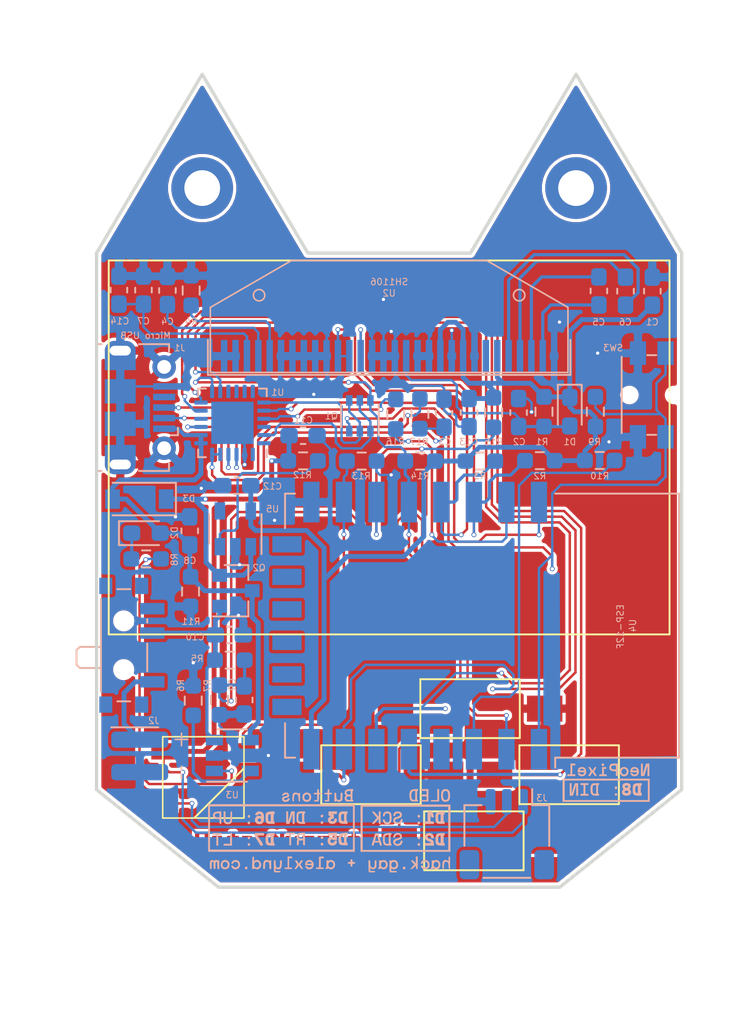
<source format=kicad_pcb>
(kicad_pcb (version 20171130) (host pcbnew 5.1.10-88a1d61d58~90~ubuntu20.04.1)
  (layers (0 F.Cu signal) (31 B.Cu signal) (34 B.Paste user hide) (35 F.Paste user hide) (36 B.SilkS user hide) (37 F.SilkS user) (38 B.Mask user) (39 F.Mask user hide) (44 Edge.Cuts user))
  (net 0 "")
  (net 1 GNDREF)
  (net 2 "Net-(C4-Pad1)")
  (net 3 "Net-(C5-Pad2)")
  (net 4 +3V3)
  (net 5 VMAX)
  (net 6 VBUS)
  (net 7 +BATT)
  (net 8 GPIO16)
  (net 9 DOUT)
  (net 10 "Net-(D2-Pad1)")
  (net 11 "Net-(J1-Pad2)")
  (net 12 "Net-(J1-Pad4)")
  (net 13 "Net-(J1-Pad3)")
  (net 14 RTS)
  (net 15 GPIO0)
  (net 16 DTR)
  (net 17 ESP_RST)
  (net 18 A0)
  (net 19 USB_RX)
  (net 20 "Net-(R8-Pad2)")
  (net 21 SCL)
  (net 22 SDA)
  (net 23 "Net-(R16-Pad2)")
  (net 24 GPIO12)
  (net 25 GPIO13)
  (net 26 GPIO14)
  (net 27 "Net-(U1-Pad10)")
  (net 28 "Net-(U2-Pad7)")
  (net 29 TXD)
  (net 30 GPIO15)
  (net 31 "Net-(C3-Pad2)")
  (net 32 "Net-(C5-Pad1)")
  (net 33 "Net-(C6-Pad2)")
  (net 34 "Net-(C6-Pad1)")
  (net 35 "Net-(J2-Pad1)")
  (net 36 "Net-(R4-Pad1)")
  (net 37 "Net-(R6-Pad1)")
  (net 38 "Net-(R10-Pad2)")
  (net 39 "Net-(R12-Pad1)")
  (net 40 "Net-(R15-Pad2)")
  (net 41 "Net-(SW1-Pad3)")
  (net 42 "Net-(U1-Pad1)")
  (net 43 "Net-(U1-Pad15)")
  (net 44 "Net-(U1-Pad16)")
  (net 45 "Net-(U1-Pad17)")
  (net 46 "Net-(U1-Pad18)")
  (net 47 "Net-(U1-Pad22)")
  (net 48 "Net-(U1-Pad24)")
  (net 49 "Net-(U4-Pad14)")
  (net 50 "Net-(U4-Pad13)")
  (net 51 "Net-(U4-Pad12)")
  (net 52 "Net-(U4-Pad11)")
  (net 53 "Net-(U4-Pad10)")
  (net 54 "Net-(U4-Pad9)")
  (net 55 "Net-(U5-Pad4)")
  (net 56 RES)
  (net 57 "Net-(C14-Pad2)")
  (net 58 "Net-(R17-Pad1)")
  (module Display:OLED-128O064D (layer B.Cu) (at 0 -10.16 180)
    (fp_text reference U2 (at 0 3.8735) (layer B.SilkS) (effects (font (size 0.4 0.4) (thickness 0.06)) (justify mirror)))
    (fp_text value SH1106 (at 0 4.572) (layer B.SilkS) (effects (font (size 0.4 0.4) (thickness 0.06)) (justify mirror)))
    (pad 1 smd rect (at -10.15 0 180) (size 0.4 2) (layers B.Cu B.Paste B.Mask) (net 1 GNDREF))
    (pad 2 smd rect (at -9.45 0 180) (size 0.4 2) (layers B.Cu B.Paste B.Mask) (net 32 "Net-(C5-Pad1)"))
    (pad 3 smd rect (at -8.75 0 180) (size 0.4 2) (layers B.Cu B.Paste B.Mask) (net 3 "Net-(C5-Pad2)"))
    (pad 4 smd rect (at -8.05 0 180) (size 0.4 2) (layers B.Cu B.Paste B.Mask) (net 34 "Net-(C6-Pad1)"))
    (pad 5 smd rect (at -7.35 0 180) (size 0.4 2) (layers B.Cu B.Paste B.Mask) (net 33 "Net-(C6-Pad2)"))
    (pad 6 smd rect (at -6.65 0 180) (size 0.4 2) (layers B.Cu B.Paste B.Mask) (net 4 +3V3))
    (pad 7 smd rect (at -5.95 0 180) (size 0.4 2) (layers B.Cu B.Paste B.Mask) (net 28 "Net-(U2-Pad7)"))
    (pad 8 smd rect (at -5.25 0 180) (size 0.4 2) (layers B.Cu B.Paste B.Mask) (net 1 GNDREF))
    (pad 9 smd rect (at -4.55 0 180) (size 0.4 2) (layers B.Cu B.Paste B.Mask) (net 4 +3V3))
    (pad 10 smd rect (at -3.85 0 180) (size 0.4 2) (layers B.Cu B.Paste B.Mask) (net 1 GNDREF))
    (pad 11 smd rect (at -3.15 0 180) (size 0.4 2) (layers B.Cu B.Paste B.Mask) (net 4 +3V3))
    (pad 12 smd rect (at -2.45 0 180) (size 0.4 2) (layers B.Cu B.Paste B.Mask) (net 1 GNDREF))
    (pad 13 smd rect (at -1.75 0 180) (size 0.4 2) (layers B.Cu B.Paste B.Mask) (net 1 GNDREF))
    (pad 14 smd rect (at -1.05 0 180) (size 0.4 2) (layers B.Cu B.Paste B.Mask) (net 56 RES))
    (pad 15 smd rect (at -0.35 0 180) (size 0.4 2) (layers B.Cu B.Paste B.Mask) (net 1 GNDREF))
    (pad 16 smd rect (at 0.35 0 180) (size 0.4 2) (layers B.Cu B.Paste B.Mask) (net 1 GNDREF))
    (pad 17 smd rect (at 1.05 0 180) (size 0.4 2) (layers B.Cu B.Paste B.Mask) (net 1 GNDREF))
    (pad 18 smd rect (at 1.75 0 180) (size 0.4 2) (layers B.Cu B.Paste B.Mask) (net 21 SCL))
    (pad 19 smd rect (at 2.45 0 180) (size 0.4 2) (layers B.Cu B.Paste B.Mask) (net 22 SDA))
    (pad 20 smd rect (at 3.15 0 180) (size 0.4 2) (layers B.Cu B.Paste B.Mask) (net 22 SDA))
    (pad 21 smd rect (at 3.85 0 180) (size 0.4 2) (layers B.Cu B.Paste B.Mask) (net 1 GNDREF))
    (pad 22 smd rect (at 4.55 0 180) (size 0.4 2) (layers B.Cu B.Paste B.Mask) (net 1 GNDREF))
    (pad 23 smd rect (at 5.25 0 180) (size 0.4 2) (layers B.Cu B.Paste B.Mask) (net 1 GNDREF))
    (pad 24 smd rect (at 5.95 0 180) (size 0.4 2) (layers B.Cu B.Paste B.Mask) (net 1 GNDREF))
    (pad 25 smd rect (at 6.65 0 180) (size 0.4 2) (layers B.Cu B.Paste B.Mask) (net 1 GNDREF))
    (pad 26 smd rect (at 7.35 0 180) (size 0.4 2) (layers B.Cu B.Paste B.Mask) (net 36 "Net-(R4-Pad1)"))
    (pad 27 smd rect (at 8.05 0 180) (size 0.4 2) (layers B.Cu B.Paste B.Mask) (net 2 "Net-(C4-Pad1)"))
    (pad 28 smd rect (at 8.75 0 180) (size 0.4 2) (layers B.Cu B.Paste B.Mask) (net 57 "Net-(C14-Pad2)"))
    (pad 29 smd rect (at 9.45 0 180) (size 0.4 2) (layers B.Cu B.Paste B.Mask) (net 1 GNDREF))
    (pad 30 smd rect (at 10.15 0 180) (size 0.4 2) (layers B.Cu B.Paste B.Mask) (net 1 GNDREF))
  )
  (module LED_SMD:LED_WS2812B_PLCC4_5.0x5.0mm_P3.2mm (layer F.Cu) (at -11.43 15.748)
    (fp_text reference D4 hide)
    (fp_text value WS2812B)
    (pad 3 smd rect (at 2.45 1.6) (size 1.5 1) (layers F.Cu F.Paste F.Mask) (net 1 GNDREF))
    (pad 4 smd rect (at 2.45 -1.6) (size 1.5 1) (layers F.Cu F.Paste F.Mask) (net 30 GPIO15))
    (pad 2 smd rect (at -2.45 1.6) (size 1.5 1) (layers F.Cu F.Paste F.Mask) (net 9 DOUT))
    (pad 1 smd rect (at -2.45 -1.6) (size 1.5 1) (layers F.Cu F.Paste F.Mask) (net 5 VMAX))
  )
  (module Connector_JST:JST_SH_SM03B-SRSS-TB_1x03-1MP_P1.00mm_Horizontal (layer B.Cu) (at 7.239 19.2405 180)
    (fp_text reference J3 (at -2.159 2.2225 180) (layer B.SilkS) (effects (font (size 0.4 0.4) (thickness 0.06)) (justify mirror)))
    (fp_text value JST_SH_SM03B-SRSS-TB_1x03-1MP_P1.00mm_Horizontal)
    (pad MP smd roundrect (at 2.3 -1.875 180) (size 1.2 1.8) (layers B.Cu B.Paste B.Mask) (roundrect_rratio 0.2083325))
    (pad MP smd roundrect (at -2.3 -1.875 180) (size 1.2 1.8) (layers B.Cu B.Paste B.Mask) (roundrect_rratio 0.2083325))
    (pad 3 smd roundrect (at 1 2 180) (size 0.6 1.55) (layers B.Cu B.Paste B.Mask) (net 1 GNDREF))
    (pad 2 smd roundrect (at 0 2 180) (size 0.6 1.55) (layers B.Cu B.Paste B.Mask) (net 9 DOUT))
    (pad 1 smd roundrect (at -1 2 180) (size 0.6 1.55) (layers B.Cu B.Paste B.Mask) (net 5 VMAX))
  )
  (module Button_Switch_SMD:SW_SPST_FSMSM (layer F.Cu) (at 4.9784 11.5189)
    (fp_text reference SW2 hide)
    (fp_text value UP)
    (pad 1 smd rect (at -4.59 0) (size 2.18 1.6) (layers F.Cu F.Paste F.Mask) (net 24 GPIO12))
    (pad 2 smd rect (at 4.59 0) (size 2.18 1.6) (layers F.Cu F.Paste F.Mask) (net 1 GNDREF))
  )
  (module Resistor_SMD:R_0603_1608Metric_Pad0.98x0.95mm_HandSolder (layer B.Cu) (at 1.8923 -6.6167 270)
    (fp_text reference R17 (at 1.7272 0.0508) (layer B.SilkS) (effects (font (size 0.4 0.4) (thickness 0.06)) (justify mirror)))
    (fp_text value R_Small_US)
    (pad 1 smd roundrect (at -0.9125 0 270) (size 0.975 0.95) (layers B.Cu B.Paste B.Mask) (net 58 "Net-(R17-Pad1)"))
    (pad 2 smd roundrect (at 0.9125 0 270) (size 0.975 0.95) (layers B.Cu B.Paste B.Mask) (net 31 "Net-(C3-Pad2)"))
  )
  (module Resistor_SMD:R_0603_1608Metric_Pad0.98x0.95mm_HandSolder (layer B.Cu) (at 0.4064 -6.5913 270)
    (fp_text reference R16 hide)
    (fp_text value 1K)
    (fp_text user %R (at 1.7018 0.0254) (layer B.SilkS) (effects (font (size 0.4 0.4) (thickness 0.06)) (justify mirror)))
    (pad 1 smd roundrect (at -0.9125 0 270) (size 0.975 0.95) (layers B.Cu B.Paste B.Mask) (net 19 USB_RX))
    (pad 2 smd roundrect (at 0.9125 0 270) (size 0.975 0.95) (layers B.Cu B.Paste B.Mask) (net 23 "Net-(R16-Pad2)"))
  )
  (module Package_DFN_QFN:QFN-24-1EP_4x4mm_P0.5mm_EP2.6x2.6mm (layer B.Cu) (at -9.6393 -6.0579 90)
    (fp_text reference U1 (at 1.8796 2.7813 180) (layer B.SilkS) (effects (font (size 0.4 0.4) (thickness 0.06)) (justify mirror)))
    (fp_text value CP2102N-A01-GQFN24)
    (pad 25 smd rect (at 0 0 90) (size 2.6 2.6) (layers B.Cu B.Mask) (net 1 GNDREF))
    (pad 24 smd roundrect (at -1.25 1.9375 90) (size 0.25 0.825) (layers B.Cu B.Paste B.Mask) (net 48 "Net-(U1-Pad24)"))
    (pad 23 smd roundrect (at -0.75 1.9375 90) (size 0.25 0.825) (layers B.Cu B.Paste B.Mask) (net 16 DTR))
    (pad 22 smd roundrect (at -0.25 1.9375 90) (size 0.25 0.825) (layers B.Cu B.Paste B.Mask) (net 47 "Net-(U1-Pad22)"))
    (pad 21 smd roundrect (at 0.25 1.9375 90) (size 0.25 0.825) (layers B.Cu B.Paste B.Mask) (net 19 USB_RX))
    (pad 20 smd roundrect (at 0.75 1.9375 90) (size 0.25 0.825) (layers B.Cu B.Paste B.Mask) (net 29 TXD))
    (pad 19 smd roundrect (at 1.25 1.9375 90) (size 0.25 0.825) (layers B.Cu B.Paste B.Mask) (net 14 RTS))
    (pad 18 smd roundrect (at 1.9375 1.25 90) (size 0.825 0.25) (layers B.Cu B.Paste B.Mask) (net 46 "Net-(U1-Pad18)"))
    (pad 17 smd roundrect (at 1.9375 0.75 90) (size 0.825 0.25) (layers B.Cu B.Paste B.Mask) (net 45 "Net-(U1-Pad17)"))
    (pad 16 smd roundrect (at 1.9375 0.25 90) (size 0.825 0.25) (layers B.Cu B.Paste B.Mask) (net 44 "Net-(U1-Pad16)"))
    (pad 15 smd roundrect (at 1.9375 -0.25 90) (size 0.825 0.25) (layers B.Cu B.Paste B.Mask) (net 43 "Net-(U1-Pad15)"))
    (pad 14 smd roundrect (at 1.9375 -0.75 90) (size 0.825 0.25) (layers B.Cu B.Paste B.Mask) (net 24 GPIO12))
    (pad 13 smd roundrect (at 1.9375 -1.25 90) (size 0.825 0.25) (layers B.Cu B.Paste B.Mask) (net 15 GPIO0))
    (pad 12 smd roundrect (at 1.25 -1.9375 90) (size 0.25 0.825) (layers B.Cu B.Paste B.Mask) (net 25 GPIO13))
    (pad 11 smd roundrect (at 0.75 -1.9375 90) (size 0.25 0.825) (layers B.Cu B.Paste B.Mask) (net 26 GPIO14))
    (pad 10 smd roundrect (at 0.25 -1.9375 90) (size 0.25 0.825) (layers B.Cu B.Paste B.Mask) (net 27 "Net-(U1-Pad10)"))
    (pad 9 smd roundrect (at -0.25 -1.9375 90) (size 0.25 0.825) (layers B.Cu B.Paste B.Mask) (net 58 "Net-(R17-Pad1)"))
    (pad 8 smd roundrect (at -0.75 -1.9375 90) (size 0.25 0.825) (layers B.Cu B.Paste B.Mask) (net 6 VBUS))
    (pad 7 smd roundrect (at -1.25 -1.9375 90) (size 0.25 0.825) (layers B.Cu B.Paste B.Mask) (net 6 VBUS))
    (pad 6 smd roundrect (at -1.9375 -1.25 90) (size 0.825 0.25) (layers B.Cu B.Paste B.Mask) (net 31 "Net-(C3-Pad2)"))
    (pad 5 smd roundrect (at -1.9375 -0.75 90) (size 0.825 0.25) (layers B.Cu B.Paste B.Mask) (net 31 "Net-(C3-Pad2)"))
    (pad 4 smd roundrect (at -1.9375 -0.25 90) (size 0.825 0.25) (layers B.Cu B.Paste B.Mask) (net 11 "Net-(J1-Pad2)"))
    (pad 3 smd roundrect (at -1.9375 0.25 90) (size 0.825 0.25) (layers B.Cu B.Paste B.Mask) (net 13 "Net-(J1-Pad3)"))
    (pad 2 smd roundrect (at -1.9375 0.75 90) (size 0.825 0.25) (layers B.Cu B.Paste B.Mask) (net 1 GNDREF))
    (pad 1 smd roundrect (at -1.9375 1.25 90) (size 0.825 0.25) (layers B.Cu B.Paste B.Mask) (net 42 "Net-(U1-Pad1)"))
  )
  (module RF_Module:ESP-12E (layer B.Cu) (at 5.715 6.4135 90)
    (fp_text reference U4 (at 0 9.271 90) (layer B.SilkS) (effects (font (size 0.4 0.4) (thickness 0.06)) (justify mirror)))
    (fp_text value ESP-12F (at -0.06 8.509 270) (layer B.SilkS) (effects (font (size 0.4 0.4) (thickness 0.06)) (justify mirror)))
    (pad 1 smd rect (at -7.6 3.5 90) (size 2.5 1) (layers B.Cu B.Paste B.Mask) (net 17 ESP_RST))
    (pad 2 smd rect (at -7.6 1.5 90) (size 2.5 1) (layers B.Cu B.Paste B.Mask) (net 18 A0))
    (pad 3 smd rect (at -7.6 -0.5 90) (size 2.5 1) (layers B.Cu B.Paste B.Mask) (net 38 "Net-(R10-Pad2)"))
    (pad 4 smd rect (at -7.6 -2.5 90) (size 2.5 1) (layers B.Cu B.Paste B.Mask) (net 8 GPIO16))
    (pad 5 smd rect (at -7.6 -4.5 90) (size 2.5 1) (layers B.Cu B.Paste B.Mask) (net 26 GPIO14))
    (pad 6 smd rect (at -7.6 -6.5 90) (size 2.5 1) (layers B.Cu B.Paste B.Mask) (net 24 GPIO12))
    (pad 7 smd rect (at -7.6 -8.5 90) (size 2.5 1) (layers B.Cu B.Paste B.Mask) (net 25 GPIO13))
    (pad 8 smd rect (at -7.6 -10.5 90) (size 2.5 1) (layers B.Cu B.Paste B.Mask) (net 4 +3V3))
    (pad 9 smd rect (at -5 -12 90) (size 1 1.8) (layers B.Cu B.Paste B.Mask) (net 54 "Net-(U4-Pad9)"))
    (pad 10 smd rect (at -3 -12 90) (size 1 1.8) (layers B.Cu B.Paste B.Mask) (net 53 "Net-(U4-Pad10)"))
    (pad 11 smd rect (at -1 -12 90) (size 1 1.8) (layers B.Cu B.Paste B.Mask) (net 52 "Net-(U4-Pad11)"))
    (pad 12 smd rect (at 1 -12 90) (size 1 1.8) (layers B.Cu B.Paste B.Mask) (net 51 "Net-(U4-Pad12)"))
    (pad 13 smd rect (at 3 -12 90) (size 1 1.8) (layers B.Cu B.Paste B.Mask) (net 50 "Net-(U4-Pad13)"))
    (pad 14 smd rect (at 5 -12 90) (size 1 1.8) (layers B.Cu B.Paste B.Mask) (net 49 "Net-(U4-Pad14)"))
    (pad 15 smd rect (at 7.6 -10.5 90) (size 2.5 1) (layers B.Cu B.Paste B.Mask) (net 1 GNDREF))
    (pad 16 smd rect (at 7.6 -8.5 90) (size 2.5 1) (layers B.Cu B.Paste B.Mask) (net 30 GPIO15))
    (pad 17 smd rect (at 7.6 -6.5 90) (size 2.5 1) (layers B.Cu B.Paste B.Mask) (net 40 "Net-(R15-Pad2)"))
    (pad 18 smd rect (at 7.6 -4.5 90) (size 2.5 1) (layers B.Cu B.Paste B.Mask) (net 15 GPIO0))
    (pad 19 smd rect (at 7.6 -2.5 90) (size 2.5 1) (layers B.Cu B.Paste B.Mask) (net 22 SDA))
    (pad 20 smd rect (at 7.6 -0.5 90) (size 2.5 1) (layers B.Cu B.Paste B.Mask) (net 21 SCL))
    (pad 21 smd rect (at 7.6 1.5 90) (size 2.5 1) (layers B.Cu B.Paste B.Mask) (net 23 "Net-(R16-Pad2)"))
    (pad 22 smd rect (at 7.6 3.5 90) (size 2.5 1) (layers B.Cu B.Paste B.Mask) (net 29 TXD))
  )
  (module Package_TO_SOT_SMD:SOT-363_SC-70-6 (layer B.Cu) (at -1.8034 -6.4897 90)
    (fp_text reference Q1 hide)
    (fp_text value UMH3N)
    (fp_text user %R (at -0.0127 -1.7526 180) (layer B.SilkS) (effects (font (size 0.4 0.4) (thickness 0.06)) (justify mirror)))
    (pad 1 smd rect (at -0.95 0.65 90) (size 0.65 0.4) (layers B.Cu B.Paste B.Mask) (net 16 DTR))
    (pad 3 smd rect (at -0.95 -0.65 90) (size 0.65 0.4) (layers B.Cu B.Paste B.Mask) (net 17 ESP_RST))
    (pad 5 smd rect (at 0.95 0 90) (size 0.65 0.4) (layers B.Cu B.Paste B.Mask) (net 16 DTR))
    (pad 2 smd rect (at -0.95 0 90) (size 0.65 0.4) (layers B.Cu B.Paste B.Mask) (net 14 RTS))
    (pad 4 smd rect (at 0.95 -0.65 90) (size 0.65 0.4) (layers B.Cu B.Paste B.Mask) (net 14 RTS))
    (pad 6 smd rect (at 0.95 0.65 90) (size 0.65 0.4) (layers B.Cu B.Paste B.Mask) (net 15 GPIO0))
  )
  (module Capacitor_SMD:C_0603_1608Metric_Pad1.08x0.95mm_HandSolder (layer B.Cu) (at 4.9149 -6.6929 270)
    (fp_text reference C13 hide)
    (fp_text value 4.7μF)
    (fp_text user %R (at 1.8034 0.0254 180) (layer B.SilkS) (effects (font (size 0.4 0.4) (thickness 0.06)) (justify mirror)))
    (pad 2 smd roundrect (at 0.8625 0 270) (size 1.075 0.95) (layers B.Cu B.Paste B.Mask) (net 1 GNDREF))
    (pad 1 smd roundrect (at -0.8625 0 270) (size 1.075 0.95) (layers B.Cu B.Paste B.Mask) (net 4 +3V3))
  )
  (module Resistor_SMD:R_0603_1608Metric_Pad0.98x0.95mm_HandSolder (layer B.Cu) (at 12.6873 -6.7456 90)
    (fp_text reference R9 hide)
    (fp_text value 10K)
    (fp_text user %R (at -1.8561 -0.0508) (layer B.SilkS) (effects (font (size 0.4 0.4) (thickness 0.06)) (justify mirror)))
    (pad 2 smd roundrect (at 0.9125 0 90) (size 0.975 0.95) (layers B.Cu B.Paste B.Mask) (net 17 ESP_RST))
    (pad 1 smd roundrect (at -0.9125 0 90) (size 0.975 0.95) (layers B.Cu B.Paste B.Mask) (net 4 +3V3))
  )
  (module Resistor_SMD:R_0603_1608Metric_Pad0.98x0.95mm_HandSolder (layer B.Cu) (at -12.1793 -14.1986 90)
    (fp_text reference R4 hide)
    (fp_text value 560K)
    (fp_text user %R (at -1.905 0 180) (layer B.SilkS) (effects (font (size 0.4 0.4) (thickness 0.06)) (justify mirror)))
    (pad 2 smd roundrect (at 0.9125 0 90) (size 0.975 0.95) (layers B.Cu B.Paste B.Mask) (net 1 GNDREF))
    (pad 1 smd roundrect (at -0.9125 0 90) (size 0.975 0.95) (layers B.Cu B.Paste B.Mask) (net 36 "Net-(R4-Pad1)"))
  )
  (module Capacitor_SMD:C_0603_1608Metric_Pad1.08x0.95mm_HandSolder (layer B.Cu) (at -15.113 -14.224 270)
    (fp_text reference C7 (at 1.905 0 180) (layer B.SilkS) (effects (font (size 0.4 0.4) (thickness 0.06)) (justify mirror)))
    (fp_text value C_Small hide)
    (pad 1 smd roundrect (at -0.8625 0 270) (size 1.075 0.95) (layers B.Cu B.Paste B.Mask) (net 1 GNDREF))
    (pad 2 smd roundrect (at 0.8625 0 270) (size 1.075 0.95) (layers B.Cu B.Paste B.Mask) (net 57 "Net-(C14-Pad2)"))
  )
  (module Resistor_SMD:R_0603_1608Metric_Pad0.98x0.95mm_HandSolder (layer B.Cu) (at -5.2959 -3.7211 180)
    (fp_text reference R12 hide)
    (fp_text value 10K)
    (fp_text user %R (at 0.0381 -0.8636) (layer B.SilkS) (effects (font (size 0.4 0.4) (thickness 0.06)) (justify mirror)))
    (pad 2 smd roundrect (at 0.9125 0 180) (size 0.975 0.95) (layers B.Cu B.Paste B.Mask) (net 5 VMAX))
    (pad 1 smd roundrect (at -0.9125 0 180) (size 0.975 0.95) (layers B.Cu B.Paste B.Mask) (net 39 "Net-(R12-Pad1)"))
  )
  (module Capacitor_SMD:C_0603_1608Metric_Pad1.08x0.95mm_HandSolder (layer B.Cu) (at -5.2959 -5.2705)
    (fp_text reference C11 hide)
    (fp_text value 4.7μF)
    (fp_text user %R (at 0.0254 -0.9525 180) (layer B.SilkS) (effects (font (size 0.4 0.4) (thickness 0.06)) (justify mirror)))
    (pad 1 smd roundrect (at -0.8625 0) (size 1.075 0.95) (layers B.Cu B.Paste B.Mask) (net 5 VMAX))
    (pad 2 smd roundrect (at 0.8625 0) (size 1.075 0.95) (layers B.Cu B.Paste B.Mask) (net 1 GNDREF))
  )
  (module Capacitor_SMD:C_0603_1608Metric_Pad1.08x0.95mm_HandSolder (layer B.Cu) (at -12.2682 0.5842 90)
    (fp_text reference C8 hide)
    (fp_text value 4.7μF)
    (fp_text user %R (at -1.8288 0.0127 180) (layer B.SilkS) (effects (font (size 0.4 0.4) (thickness 0.06)) (justify mirror)))
    (pad 2 smd roundrect (at 0.8625 0 90) (size 1.075 0.95) (layers B.Cu B.Paste B.Mask) (net 1 GNDREF))
    (pad 1 smd roundrect (at -0.8625 0 90) (size 1.075 0.95) (layers B.Cu B.Paste B.Mask) (net 6 VBUS))
  )
  (module Capacitor_SMD:C_0603_1608Metric_Pad1.08x0.95mm_HandSolder (layer B.Cu) (at -9.8298 6.985)
    (fp_text reference C10 hide)
    (fp_text value 4.7μF)
    (fp_text user %R (at -2.1082 0.127) (layer B.SilkS) (effects (font (size 0.4 0.4) (thickness 0.06)) (justify mirror)))
    (pad 1 smd roundrect (at -0.8625 0) (size 1.075 0.95) (layers B.Cu B.Paste B.Mask) (net 7 +BATT))
    (pad 2 smd roundrect (at 0.8625 0) (size 1.075 0.95) (layers B.Cu B.Paste B.Mask) (net 1 GNDREF))
  )
  (module LED_SMD:LED_0603_1608Metric_Pad1.05x0.95mm_HandSolder (layer B.Cu) (at 11.1125 -6.7437 270)
    (fp_text reference D1 hide)
    (fp_text value SS14)
    (fp_text user %R (at 1.8542 0) (layer B.SilkS) (effects (font (size 0.4 0.4) (thickness 0.06)) (justify mirror)))
    (pad 1 smd roundrect (at -0.875 0 270) (size 1.05 0.95) (layers B.Cu B.Paste B.Mask) (net 4 +3V3))
    (pad 2 smd roundrect (at 0.875 0 270) (size 1.05 0.95) (layers B.Cu B.Paste B.Mask) (net 56 RES))
  )
  (module Connector_JST:JST_PH_S2B-PH-SM4-TB_1x02-1MP_P2.00mm_Horizontal (layer B.Cu) (at -12.4916 14.4272 270)
    (fp_text reference J2 (at -2.1717 1.9864 180) (layer B.SilkS) (effects (font (size 0.4 0.4) (thickness 0.06)) (justify mirror)))
    (fp_text value "JST PH 2.0")
    (pad 2 smd roundrect (at 1 2.85 270) (size 1 3.5) (layers B.Cu B.Paste B.Mask) (net 1 GNDREF))
    (pad 1 smd roundrect (at -1 2.85 270) (size 1 3.5) (layers B.Cu B.Paste B.Mask) (net 35 "Net-(J2-Pad1)"))
  )
  (module MountingHole:MountingHole_2.2mm_M2_DIN965_Pad (layer F.Cu) (at -11.5 -20.5)
    (fp_text reference REF** hide)
    (fp_text value MountingHole_2.2mm_M2_DIN965_Pad)
    (pad 1 thru_hole circle (at 0 0) (size 3.8 3.8) (drill 2.2) (layers *.Cu *.Mask))
  )
  (module MountingHole:MountingHole_2.2mm_M2_DIN965_Pad (layer F.Cu) (at 11.5 -20.5)
    (fp_text reference REF** hide)
    (fp_text value MountingHole_2.2mm_M2_DIN965_Pad)
    (pad 1 thru_hole circle (at 0 0) (size 3.8 3.8) (drill 2.2) (layers *.Cu *.Mask))
  )
  (module Resistor_SMD:R_0603_1608Metric_Pad0.98x0.95mm_HandSolder (layer B.Cu) (at -9.8044 8.5344 180)
    (fp_text reference R5 hide)
    (fp_text value 100K)
    (fp_text user %R (at 2.0066 0.0889) (layer B.SilkS) (effects (font (size 0.4 0.4) (thickness 0.06)) (justify mirror)))
    (pad 1 smd roundrect (at -0.9125 0 180) (size 0.975 0.95) (layers B.Cu B.Paste B.Mask) (net 18 A0))
    (pad 2 smd roundrect (at 0.9125 0 180) (size 0.975 0.95) (layers B.Cu B.Paste B.Mask) (net 7 +BATT))
  )
  (module Resistor_SMD:R_0603_1608Metric_Pad0.98x0.95mm_HandSolder (layer B.Cu) (at 12.954 -3.7465)
    (fp_text reference R10 (at 0 0.9525) (layer B.SilkS) (effects (font (size 0.4 0.4) (thickness 0.06)) (justify mirror)))
    (fp_text value 10K)
    (pad 1 smd roundrect (at -0.9125 0) (size 0.975 0.95) (layers B.Cu B.Paste B.Mask) (net 4 +3V3))
    (pad 2 smd roundrect (at 0.9125 0) (size 0.975 0.95) (layers B.Cu B.Paste B.Mask) (net 38 "Net-(R10-Pad2)"))
  )
  (module Resistor_SMD:R_0603_1608Metric_Pad0.98x0.95mm_HandSolder (layer B.Cu) (at -10.4394 10.9855 90)
    (fp_text reference R7 hide)
    (fp_text value 27K)
    (fp_text user %R (at 0.889 -0.7366 270) (layer B.SilkS) (effects (font (size 0.4 0.4) (thickness 0.06)) (justify mirror)))
    (pad 2 smd roundrect (at 0.9125 0 90) (size 0.975 0.95) (layers B.Cu B.Paste B.Mask) (net 18 A0))
    (pad 1 smd roundrect (at -0.9125 0 90) (size 0.975 0.95) (layers B.Cu B.Paste B.Mask) (net 1 GNDREF))
  )
  (module Capacitor_SMD:C_0603_1608Metric_Pad1.08x0.95mm_HandSolder (layer B.Cu) (at 14.5415 -14.1605 270)
    (fp_text reference C6 hide)
    (fp_text value "1 μF")
    (fp_text user %R (at 1.905 0.0127 180) (layer B.SilkS) (effects (font (size 0.4 0.4) (thickness 0.06)) (justify mirror)))
    (pad 2 smd roundrect (at 0.8625 0 270) (size 1.075 0.95) (layers B.Cu B.Paste B.Mask) (net 33 "Net-(C6-Pad2)"))
    (pad 1 smd roundrect (at -0.8625 0 270) (size 1.075 0.95) (layers B.Cu B.Paste B.Mask) (net 34 "Net-(C6-Pad1)"))
  )
  (module Capacitor_SMD:C_0603_1608Metric_Pad1.08x0.95mm_HandSolder (layer B.Cu) (at 12.9032 -14.1732 90)
    (fp_text reference C5 hide)
    (fp_text value "1 μF")
    (fp_text user %R (at -1.9177 -0.0127) (layer B.SilkS) (effects (font (size 0.4 0.4) (thickness 0.06)) (justify mirror)))
    (pad 1 smd roundrect (at -0.8625 0 90) (size 1.075 0.95) (layers B.Cu B.Paste B.Mask) (net 32 "Net-(C5-Pad1)"))
    (pad 2 smd roundrect (at 0.8625 0 90) (size 1.075 0.95) (layers B.Cu B.Paste B.Mask) (net 3 "Net-(C5-Pad2)"))
  )
  (module Capacitor_SMD:C_0603_1608Metric_Pad1.08x0.95mm_HandSolder (layer B.Cu) (at 7.9629 -6.6929 90)
    (fp_text reference C2 hide)
    (fp_text value "10 μF")
    (fp_text user %R (at -1.8034 0.0381) (layer B.SilkS) (effects (font (size 0.4 0.4) (thickness 0.06)) (justify mirror)))
    (pad 1 smd roundrect (at -0.8625 0 90) (size 1.075 0.95) (layers B.Cu B.Paste B.Mask) (net 56 RES))
    (pad 2 smd roundrect (at 0.8625 0 90) (size 1.075 0.95) (layers B.Cu B.Paste B.Mask) (net 1 GNDREF))
  )
  (module Capacitor_SMD:C_0603_1608Metric_Pad1.08x0.95mm_HandSolder (layer B.Cu) (at -13.6398 -14.1986 90)
    (fp_text reference C4 hide)
    (fp_text value 4.7μF)
    (fp_text user %R (at -1.905 0 180) (layer B.SilkS) (effects (font (size 0.4 0.4) (thickness 0.06)) (justify mirror)))
    (pad 1 smd roundrect (at -0.8625 0 90) (size 1.075 0.95) (layers B.Cu B.Paste B.Mask) (net 2 "Net-(C4-Pad1)"))
    (pad 2 smd roundrect (at 0.8625 0 90) (size 1.075 0.95) (layers B.Cu B.Paste B.Mask) (net 1 GNDREF))
  )
  (module Capacitor_SMD:C_0603_1608Metric_Pad1.08x0.95mm_HandSolder (layer B.Cu) (at 16.1925 -14.1605 90)
    (fp_text reference C1 hide)
    (fp_text value "1 μF")
    (fp_text user C1 (at -1.905 -0.0127 180) (layer B.SilkS) (effects (font (size 0.4 0.4) (thickness 0.06)) (justify mirror)))
    (pad 2 smd roundrect (at 0.8625 0 90) (size 1.075 0.95) (layers B.Cu B.Paste B.Mask) (net 1 GNDREF))
    (pad 1 smd roundrect (at -0.8625 0 90) (size 1.075 0.95) (layers B.Cu B.Paste B.Mask) (net 4 +3V3))
  )
  (module Capacitor_SMD:C_0603_1608Metric_Pad1.08x0.95mm_HandSolder (layer B.Cu) (at 3.3782 -6.6548 270)
    (fp_text reference C3 hide)
    (fp_text value "1 μF")
    (fp_text user %R (at 1.7653 -0.0508) (layer B.SilkS) (effects (font (size 0.4 0.4) (thickness 0.06)) (justify mirror)))
    (pad 1 smd roundrect (at -0.8625 0 270) (size 1.075 0.95) (layers B.Cu B.Paste B.Mask) (net 1 GNDREF))
    (pad 2 smd roundrect (at 0.8625 0 270) (size 1.075 0.95) (layers B.Cu B.Paste B.Mask) (net 31 "Net-(C3-Pad2)"))
  )
  (module Diode_SMD:D_SOD-123 (layer B.Cu) (at -15.367 -1.3716 180)
    (fp_text reference D3 hide)
    (fp_text value SS14)
    (fp_text user %R (at -3.048 0.0254) (layer B.SilkS) (effects (font (size 0.4 0.4) (thickness 0.06)) (justify mirror)))
    (pad 1 smd rect (at -1.65 0 180) (size 0.9 1.2) (layers B.Cu B.Paste B.Mask) (net 5 VMAX))
    (pad 2 smd rect (at 1.65 0 180) (size 0.9 1.2) (layers B.Cu B.Paste B.Mask) (net 6 VBUS))
  )
  (module Connector_USB:USB_Micro-B_Molex-105017-0001 (layer B.Cu) (at -15.3035 -7 90)
    (fp_text reference J1 (at 3.668 2.413) (layer B.SilkS) (effects (font (size 0.4 0.4) (thickness 0.06)) (justify mirror)))
    (fp_text value "Micro USB" (at 4.43 0.3175) (layer B.SilkS) (effects (font (size 0.4 0.4) (thickness 0.06)) (justify mirror)))
    (pad 6 smd rect (at -2.9 -1.2375 90) (size 1.2 1.9) (layers B.Cu B.Mask) (net 1 GNDREF))
    (pad 6 smd rect (at 2.9 -1.2375 90) (size 1.2 1.9) (layers B.Cu B.Mask) (net 1 GNDREF))
    (pad 6 thru_hole oval (at 3.5 -1.2375 90) (size 1.2 1.9) (drill oval 0.6 1.3) (layers *.Cu *.Mask) (net 1 GNDREF))
    (pad 6 thru_hole oval (at -3.5 -1.2375 270) (size 1.2 1.9) (drill oval 0.6 1.3) (layers *.Cu *.Mask) (net 1 GNDREF))
    (pad 6 smd rect (at -1 -1.2375 90) (size 1.5 1.9) (layers B.Cu B.Paste B.Mask) (net 1 GNDREF))
    (pad 6 thru_hole circle (at 2.5 1.4625 90) (size 1.45 1.45) (drill 0.85) (layers *.Cu *.Mask) (net 1 GNDREF))
    (pad 3 smd rect (at 0 1.4625 90) (size 0.4 1.35) (layers B.Cu B.Paste B.Mask) (net 13 "Net-(J1-Pad3)"))
    (pad 4 smd rect (at 0.65 1.4625 90) (size 0.4 1.35) (layers B.Cu B.Paste B.Mask) (net 12 "Net-(J1-Pad4)"))
    (pad 5 smd rect (at 1.3 1.4625 90) (size 0.4 1.35) (layers B.Cu B.Paste B.Mask) (net 1 GNDREF))
    (pad 1 smd rect (at -1.3 1.4625 90) (size 0.4 1.35) (layers B.Cu B.Paste B.Mask) (net 6 VBUS))
    (pad 2 smd rect (at -0.65 1.4625 90) (size 0.4 1.35) (layers B.Cu B.Paste B.Mask) (net 11 "Net-(J1-Pad2)"))
    (pad 6 thru_hole circle (at -2.5 1.4625 90) (size 1.45 1.45) (drill 0.85) (layers *.Cu *.Mask) (net 1 GNDREF))
    (pad 6 smd rect (at 1 -1.2375 90) (size 1.5 1.9) (layers B.Cu B.Paste B.Mask) (net 1 GNDREF))
  )
  (module Package_TO_SOT_SMD:SOT-23 (layer B.Cu) (at -9.4234 4.2672)
    (fp_text reference Q2 hide)
    (fp_text value DMG3415)
    (fp_text user %R (at 1.4224 -1.4097) (layer B.SilkS) (effects (font (size 0.4 0.4) (thickness 0.06)) (justify mirror)))
    (pad 1 smd rect (at -1 0.95) (size 0.9 0.8) (layers B.Cu B.Paste B.Mask) (net 7 +BATT))
    (pad 2 smd rect (at -1 -0.95) (size 0.9 0.8) (layers B.Cu B.Paste B.Mask) (net 5 VMAX))
    (pad 3 smd rect (at 1 0) (size 0.9 0.8) (layers B.Cu B.Paste B.Mask) (net 6 VBUS))
  )
  (module Resistor_SMD:R_0603_1608Metric_Pad0.98x0.95mm_HandSolder (layer B.Cu) (at 1.905 -3.7084 180)
    (fp_text reference R14 hide)
    (fp_text value 10K)
    (fp_text user %R (at 0 -0.9144) (layer B.SilkS) (effects (font (size 0.4 0.4) (thickness 0.06)) (justify mirror)))
    (pad 2 smd roundrect (at 0.9125 0 180) (size 0.975 0.95) (layers B.Cu B.Paste B.Mask) (net 15 GPIO0))
    (pad 1 smd roundrect (at -0.9125 0 180) (size 0.975 0.95) (layers B.Cu B.Paste B.Mask) (net 4 +3V3))
  )
  (module Resistor_SMD:R_0603_1608Metric_Pad0.98x0.95mm_HandSolder (layer B.Cu) (at 6.4262 -6.6929 270)
    (fp_text reference R15 hide)
    (fp_text value 10K hide)
    (fp_text user %R (at 1.8034 0.0127) (layer B.SilkS) (effects (font (size 0.4 0.4) (thickness 0.06)) (justify mirror)))
    (pad 2 smd roundrect (at 0.9125 0 270) (size 0.975 0.95) (layers B.Cu B.Paste B.Mask) (net 40 "Net-(R15-Pad2)"))
    (pad 1 smd roundrect (at -0.9125 0 270) (size 0.975 0.95) (layers B.Cu B.Paste B.Mask) (net 4 +3V3))
  )
  (module Resistor_SMD:R_0603_1608Metric_Pad0.98x0.95mm_HandSolder (layer B.Cu) (at -1.6891 -3.7084)
    (fp_text reference R13 hide)
    (fp_text value 4.7K)
    (fp_text user %R (at -0.0254 0.9144) (layer B.SilkS) (effects (font (size 0.4 0.4) (thickness 0.06)) (justify mirror)))
    (pad 1 smd roundrect (at -0.9125 0) (size 0.975 0.95) (layers B.Cu B.Paste B.Mask) (net 30 GPIO15))
    (pad 2 smd roundrect (at 0.9125 0) (size 0.975 0.95) (layers B.Cu B.Paste B.Mask) (net 1 GNDREF))
  )
  (module Resistor_SMD:R_0603_1608Metric_Pad0.98x0.95mm_HandSolder (layer B.Cu) (at 9.525 -6.7456 90)
    (fp_text reference R1 hide)
    (fp_text value 4.7K)
    (fp_text user %R (at -1.8561 -0.127) (layer B.SilkS) (effects (font (size 0.4 0.4) (thickness 0.06)) (justify mirror)))
    (pad 1 smd roundrect (at -0.9125 0 90) (size 0.975 0.95) (layers B.Cu B.Paste B.Mask) (net 56 RES))
    (pad 2 smd roundrect (at 0.9125 0 90) (size 0.975 0.95) (layers B.Cu B.Paste B.Mask) (net 4 +3V3))
  )
  (module Resistor_SMD:R_0603_1608Metric_Pad0.98x0.95mm_HandSolder (layer B.Cu) (at -12.2174 4.318 270)
    (fp_text reference R11 hide)
    (fp_text value 10K)
    (fp_text user %R (at 1.8415 -0.0254 180) (layer B.SilkS) (effects (font (size 0.4 0.4) (thickness 0.06)) (justify mirror)))
    (pad 1 smd roundrect (at -0.9125 0 270) (size 0.975 0.95) (layers B.Cu B.Paste B.Mask) (net 6 VBUS))
    (pad 2 smd roundrect (at 0.9125 0 270) (size 0.975 0.95) (layers B.Cu B.Paste B.Mask) (net 1 GNDREF))
  )
  (module Resistor_SMD:R_0603_1608Metric_Pad0.98x0.95mm_HandSolder (layer B.Cu) (at -14.9479 2.3114)
    (fp_text reference R8 hide)
    (fp_text value 5K)
    (fp_text user %R (at 1.7399 0.0381 90) (layer B.SilkS) (effects (font (size 0.4 0.4) (thickness 0.06)) (justify mirror)))
    (pad 1 smd roundrect (at -0.9125 0) (size 0.975 0.95) (layers B.Cu B.Paste B.Mask) (net 10 "Net-(D2-Pad1)"))
    (pad 2 smd roundrect (at 0.9125 0) (size 0.975 0.95) (layers B.Cu B.Paste B.Mask) (net 20 "Net-(R8-Pad2)"))
  )
  (module Resistor_SMD:R_0603_1608Metric_Pad0.98x0.95mm_HandSolder (layer B.Cu) (at -12.0523 11.0236 90)
    (fp_text reference R6 hide)
    (fp_text value 4.7K)
    (fp_text user %R (at 0.9271 -0.7747 270) (layer B.SilkS) (effects (font (size 0.4 0.4) (thickness 0.06)) (justify mirror)))
    (pad 2 smd roundrect (at 0.9125 0 90) (size 0.975 0.95) (layers B.Cu B.Paste B.Mask) (net 1 GNDREF))
    (pad 1 smd roundrect (at -0.9125 0 90) (size 0.975 0.95) (layers B.Cu B.Paste B.Mask) (net 37 "Net-(R6-Pad1)"))
  )
  (module Button_Switch_SMD:SW_SPST_FSMSM (layer F.Cu) (at 5.211401 19.6469)
    (fp_text reference SW4 hide)
    (fp_text value DOWN hide)
    (pad 2 smd rect (at 4.59 0) (size 2.18 1.6) (layers F.Cu F.Paste F.Mask) (net 1 GNDREF))
    (pad 1 smd rect (at -4.59 0) (size 2.18 1.6) (layers F.Cu F.Paste F.Mask) (net 15 GPIO0))
  )
  (module Button_Switch_SMD:SW_SPST_FSMSM (layer F.Cu) (at -1.1176 15.5829)
    (fp_text reference SW5 hide)
    (fp_text value LEFT hide)
    (pad 1 smd rect (at -4.59 0) (size 2.18 1.6) (layers F.Cu F.Paste F.Mask) (net 25 GPIO13))
    (pad 2 smd rect (at 4.59 0) (size 2.18 1.6) (layers F.Cu F.Paste F.Mask) (net 1 GNDREF))
  )
  (module Button_Switch_SMD:SW_SPST_FSMSM (layer F.Cu) (at 11.0744 15.5829)
    (fp_text reference SW6 hide)
    (fp_text value RIGHT hide)
    (pad 2 smd rect (at 4.59 0) (size 2.18 1.6) (layers F.Cu F.Paste F.Mask) (net 1 GNDREF))
    (pad 1 smd rect (at -4.59 0) (size 2.18 1.6) (layers F.Cu F.Paste F.Mask) (net 26 GPIO14))
  )
  (module Button_Switch_SMD:Panasonic_EVQPUM_EVQPUD (layer B.Cu) (at 16.1544 -7.7724 90)
    (fp_text reference SW3 (at 2.8956 -2.3749) (layer B.SilkS) (effects (font (size 0.4 0.4) (thickness 0.06)) (justify mirror)))
    (fp_text value Reset)
    (pad 2 smd rect (at 2.575 -0.85 270) (size 1.45 1) (layers B.Cu B.Paste B.Mask) (net 1 GNDREF))
    (pad 2 smd rect (at -2.575 -0.85 270) (size 1.45 1) (layers B.Cu B.Paste B.Mask) (net 1 GNDREF))
    (pad 1 smd rect (at -2.575 0.85 270) (size 1.45 1) (layers B.Cu B.Paste B.Mask) (net 17 ESP_RST))
    (pad 1 smd rect (at 2.575 0.85 270) (size 1.45 1) (layers B.Cu B.Paste B.Mask) (net 17 ESP_RST))
    (pad "" np_thru_hole circle (at 0 -1.375 270) (size 0.75 0.75) (drill 0.75) (layers *.Cu *.Mask))
    (pad "" np_thru_hole circle (at 0 1.375 270) (size 0.75 0.75) (drill 0.75) (layers *.Cu *.Mask))
  )
  (module Button_Switch_SMD:SW_SPDT_PCM12 (layer B.Cu) (at -16.002 7.62 90)
    (fp_text reference SW1 hide)
    (fp_text value SPDT)
    (pad "" np_thru_hole circle (at -1.5 -0.33 90) (size 0.9 0.9) (drill 0.9) (layers *.Cu *.Mask))
    (pad "" np_thru_hole circle (at 1.5 -0.33 90) (size 0.9 0.9) (drill 0.9) (layers *.Cu *.Mask))
    (pad 1 smd rect (at -2.25 1.43 90) (size 0.7 1.5) (layers B.Cu B.Paste B.Mask) (net 35 "Net-(J2-Pad1)"))
    (pad 2 smd rect (at 0.75 1.43 90) (size 0.7 1.5) (layers B.Cu B.Paste B.Mask) (net 7 +BATT))
    (pad 3 smd rect (at 2.25 1.43 90) (size 0.7 1.5) (layers B.Cu B.Paste B.Mask) (net 41 "Net-(SW1-Pad3)"))
    (pad "" smd rect (at -3.65 -1.43 90) (size 1 0.8) (layers B.Cu B.Paste B.Mask))
    (pad "" smd rect (at 3.65 -1.43 90) (size 1 0.8) (layers B.Cu B.Paste B.Mask))
    (pad "" smd rect (at 3.65 0.78 90) (size 1 0.8) (layers B.Cu B.Paste B.Mask))
    (pad "" smd rect (at -3.65 0.78 90) (size 1 0.8) (layers B.Cu B.Paste B.Mask))
  )
  (module Package_TO_SOT_SMD:SOT-23-5 (layer B.Cu) (at -9.652 14.4018)
    (fp_text reference U3 (at 0 2.4257) (layer B.SilkS) (effects (font (size 0.4 0.4) (thickness 0.06)) (justify mirror)))
    (fp_text value MCP73831-2-OT)
    (pad 5 smd rect (at 1.1 0.95) (size 1.06 0.65) (layers B.Cu B.Paste B.Mask) (net 37 "Net-(R6-Pad1)"))
    (pad 4 smd rect (at 1.1 -0.95) (size 1.06 0.65) (layers B.Cu B.Paste B.Mask) (net 6 VBUS))
    (pad 3 smd rect (at -1.1 -0.95) (size 1.06 0.65) (layers B.Cu B.Paste B.Mask) (net 7 +BATT))
    (pad 2 smd rect (at -1.1 0) (size 1.06 0.65) (layers B.Cu B.Paste B.Mask) (net 1 GNDREF))
    (pad 1 smd rect (at -1.1 0.95) (size 1.06 0.65) (layers B.Cu B.Paste B.Mask) (net 20 "Net-(R8-Pad2)"))
  )
  (module Package_TO_SOT_SMD:SOT-23-5 (layer B.Cu) (at -9.4615 0.4572 90)
    (fp_text reference U5 hide)
    (fp_text value AP2112K-3.3)
    (fp_text user %R (at 1.2192 2.286 180) (layer B.SilkS) (effects (font (size 0.4 0.4) (thickness 0.06)) (justify mirror)))
    (pad 1 smd rect (at -1.1 0.95 90) (size 1.06 0.65) (layers B.Cu B.Paste B.Mask) (net 5 VMAX))
    (pad 2 smd rect (at -1.1 0 90) (size 1.06 0.65) (layers B.Cu B.Paste B.Mask) (net 1 GNDREF))
    (pad 3 smd rect (at -1.1 -0.95 90) (size 1.06 0.65) (layers B.Cu B.Paste B.Mask) (net 39 "Net-(R12-Pad1)"))
    (pad 4 smd rect (at 1.1 -0.95 90) (size 1.06 0.65) (layers B.Cu B.Paste B.Mask) (net 55 "Net-(U5-Pad4)"))
    (pad 5 smd rect (at 1.1 0.95 90) (size 1.06 0.65) (layers B.Cu B.Paste B.Mask) (net 4 +3V3))
  )
  (module LED_SMD:LED_0603_1608Metric_Pad1.05x0.95mm_HandSolder (layer B.Cu) (at -14.9606 0.7239)
    (fp_text reference D2 hide)
    (fp_text value RED)
    (fp_text user %R (at 1.7526 -0.0254 270) (layer B.SilkS) (effects (font (size 0.4 0.4) (thickness 0.06)) (justify mirror)))
    (pad 1 smd roundrect (at -0.875 0) (size 1.05 0.95) (layers B.Cu B.Paste B.Mask) (net 10 "Net-(D2-Pad1)"))
    (pad 2 smd roundrect (at 0.875 0) (size 1.05 0.95) (layers B.Cu B.Paste B.Mask) (net 6 VBUS))
  )
  (module Capacitor_SMD:C_0603_1608Metric_Pad1.08x0.95mm_HandSolder (layer B.Cu) (at -9.3726 -2.1971 180)
    (fp_text reference C12 hide)
    (fp_text value 4.7μF)
    (fp_text user %R (at -2.1971 -0.0381) (layer B.SilkS) (effects (font (size 0.4 0.4) (thickness 0.06)) (justify mirror)))
    (pad 2 smd roundrect (at 0.8625 0 180) (size 1.075 0.95) (layers B.Cu B.Paste B.Mask) (net 1 GNDREF))
    (pad 1 smd roundrect (at -0.8625 0 180) (size 1.075 0.95) (layers B.Cu B.Paste B.Mask) (net 4 +3V3))
  )
  (module Resistor_SMD:R_0603_1608Metric_Pad0.98x0.95mm_HandSolder (layer B.Cu) (at 9.271 -3.7338 180)
    (fp_text reference R2 hide)
    (fp_text value 4.7K)
    (fp_text user %R (at 0 -0.9398 180) (layer B.SilkS) (effects (font (size 0.4 0.4) (thickness 0.06)) (justify mirror)))
    (pad 2 smd roundrect (at 0.9125 0 180) (size 0.975 0.95) (layers B.Cu B.Paste B.Mask) (net 21 SCL))
    (pad 1 smd roundrect (at -0.9125 0 180) (size 0.975 0.95) (layers B.Cu B.Paste B.Mask) (net 4 +3V3))
  )
  (module Resistor_SMD:R_0603_1608Metric_Pad0.98x0.95mm_HandSolder (layer B.Cu) (at 5.6134 -3.7084)
    (fp_text reference R3 hide)
    (fp_text value 4.7K)
    (fp_text user %R (at -0.0254 0.9144) (layer B.SilkS) (effects (font (size 0.4 0.4) (thickness 0.06)) (justify mirror)))
    (pad 1 smd roundrect (at -0.9125 0) (size 0.975 0.95) (layers B.Cu B.Paste B.Mask) (net 4 +3V3))
    (pad 2 smd roundrect (at 0.9125 0) (size 0.975 0.95) (layers B.Cu B.Paste B.Mask) (net 22 SDA))
  )
  (module Capacitor_SMD:C_0603_1608Metric_Pad1.08x0.95mm_HandSolder (layer B.Cu) (at -8.9154 10.9855 90)
    (fp_text reference C9 (at 0.9525 -0.7366 270) (layer B.SilkS) (effects (font (size 0.4 0.4) (thickness 0.06)) (justify mirror)))
    (fp_text value 1μF)
    (pad 1 smd roundrect (at -0.8625 0 90) (size 1.075 0.95) (layers B.Cu B.Paste B.Mask) (net 1 GNDREF))
    (pad 2 smd roundrect (at 0.8625 0 90) (size 1.075 0.95) (layers B.Cu B.Paste B.Mask) (net 18 A0))
  )
  (module Capacitor_SMD:C_0603_1608Metric_Pad1.08x0.95mm_HandSolder (layer B.Cu) (at -16.6243 -14.224 270)
    (fp_text reference C14 (at 1.905 -0.0508 180) (layer B.SilkS) (effects (font (size 0.4 0.4) (thickness 0.06)) (justify mirror)))
    (fp_text value C_Small hide)
    (pad 1 smd roundrect (at -0.8625 0 270) (size 1.075 0.95) (layers B.Cu B.Paste B.Mask) (net 1 GNDREF))
    (pad 2 smd roundrect (at 0.8625 0 270) (size 1.075 0.95) (layers B.Cu B.Paste B.Mask) (net 57 "Net-(C14-Pad2)"))
  )
  (module Deluxe-Nugg-Board-Art (layer F.Cu) (at 0 0)
    (fp_text reference Ref** hide)
    (fp_text value Val** hide)
    (fp_poly (pts (xy -2.053166 19.346333) (xy -1.93675 19.346333) (xy -1.870196 19.347399) (xy -1.835556 19.354387) (xy -1.822408 19.37298) (xy -1.820333 19.408862) (xy -1.820333 19.409833) (xy -1.822288 19.446135) (xy -1.835099 19.46503) (xy -1.869186 19.472201) (xy -1.93497 19.473333) (xy -2.053166 19.473333) (xy -2.053166 19.939) (xy -2.307166 19.939) (xy -2.307166 19.473333) (xy -2.423583 19.473333) (xy -2.490137 19.472267) (xy -2.524777 19.465279) (xy -2.537925 19.446686) (xy -2.54 19.410804) (xy -2.54 19.409833) (xy -2.538045 19.373531) (xy -2.525234 19.354636) (xy -2.491147 19.347465) (xy -2.425363 19.346333) (xy -2.307166 19.346333) (xy -2.307166 19.1135) (xy -2.053166 19.1135) (xy -2.053166 19.346333)) (layer F.Cu) (width 0.01))
    (fp_poly (pts (xy -2.878666 19.39925) (xy -2.871832 19.437068) (xy -2.84278 19.450903) (xy -2.815166 19.452167) (xy -2.780017 19.45383) (xy -2.761045 19.465471) (xy -2.753262 19.497068) (xy -2.751678 19.558599) (xy -2.751666 19.579167) (xy -2.751666 19.706167) (xy -3.344333 19.706167) (xy -3.344333 19.812) (xy -2.878666 19.812) (xy -2.878666 19.939) (xy -3.471333 19.939) (xy -3.471333 19.886083) (xy -3.480076 19.845803) (xy -3.514498 19.83339) (xy -3.52425 19.833167) (xy -3.5493 19.83165) (xy -3.564853 19.821668) (xy -3.573173 19.795076) (xy -3.576522 19.743726) (xy -3.577164 19.659472) (xy -3.577166 19.642667) (xy -3.576745 19.552487) (xy -3.575447 19.52625) (xy -3.344333 19.52625) (xy -3.342529 19.552494) (xy -3.331357 19.568209) (xy -3.302181 19.576093) (xy -3.246363 19.578845) (xy -3.175 19.579167) (xy -3.091017 19.578603) (xy -3.040731 19.575111) (xy -3.015502 19.565994) (xy -3.006694 19.548551) (xy -3.005666 19.52625) (xy -3.007471 19.500005) (xy -3.018643 19.484291) (xy -3.047819 19.476407) (xy -3.103636 19.473654) (xy -3.175 19.473333) (xy -3.258982 19.473897) (xy -3.309269 19.477388) (xy -3.334498 19.486506) (xy -3.343306 19.503949) (xy -3.344333 19.52625) (xy -3.575447 19.52625) (xy -3.573973 19.496495) (xy -3.566586 19.466543) (xy -3.552322 19.454485) (xy -3.528918 19.452176) (xy -3.52425 19.452167) (xy -3.483969 19.443424) (xy -3.471557 19.409002) (xy -3.471333 19.39925) (xy -3.471333 19.346333) (xy -2.878666 19.346333) (xy -2.878666 19.39925)) (layer F.Cu) (width 0.01))
    (fp_poly (pts (xy -5.545666 19.939) (xy -6.244166 19.939) (xy -6.244166 19.886083) (xy -6.251001 19.848265) (xy -6.280053 19.83443) (xy -6.307666 19.833167) (xy -6.371166 19.833167) (xy -6.371166 19.346333) (xy -6.117166 19.346333) (xy -6.117166 19.812) (xy -5.801099 19.812) (xy -5.795091 19.584458) (xy -5.789083 19.356917) (xy -5.667375 19.350569) (xy -5.545666 19.344221) (xy -5.545666 19.939)) (layer F.Cu) (width 0.01))
    (fp_poly (pts (xy -7.105082 19.114666) (xy -7.06706 19.120848) (xy -7.051508 19.136073) (xy -7.0485 19.164366) (xy -7.0485 19.165011) (xy -7.038766 19.204848) (xy -7.001726 19.221628) (xy -6.990291 19.223219) (xy -6.944956 19.238379) (xy -6.926716 19.278419) (xy -6.925386 19.288125) (xy -6.911738 19.331876) (xy -6.877332 19.346022) (xy -6.867177 19.346333) (xy -6.827867 19.355418) (xy -6.81584 19.390669) (xy -6.815666 19.39925) (xy -6.806924 19.43953) (xy -6.772502 19.451943) (xy -6.76275 19.452167) (xy -6.736505 19.450362) (xy -6.720791 19.43919) (xy -6.712907 19.410014) (xy -6.710154 19.354197) (xy -6.709833 19.282833) (xy -6.709833 19.1135) (xy -6.455833 19.1135) (xy -6.455833 19.939) (xy -6.709833 19.939) (xy -6.709833 19.822583) (xy -6.710899 19.75603) (xy -6.717887 19.721389) (xy -6.73648 19.708241) (xy -6.772362 19.706167) (xy -6.773333 19.706167) (xy -6.818715 19.700471) (xy -6.835317 19.676261) (xy -6.836833 19.65325) (xy -6.845576 19.612969) (xy -6.879998 19.600557) (xy -6.88975 19.600333) (xy -6.927568 19.593499) (xy -6.941403 19.564447) (xy -6.942666 19.536833) (xy -6.948362 19.491451) (xy -6.972572 19.47485) (xy -6.995583 19.473333) (xy -7.0485 19.473333) (xy -7.0485 19.939) (xy -7.3025 19.939) (xy -7.3025 19.1135) (xy -7.1755 19.1135) (xy -7.105082 19.114666)) (layer F.Cu) (width 0.01))
    (fp_poly (pts (xy -8.736541 19.351044) (xy -8.618139 19.3536) (xy -8.535447 19.356642) (xy -8.481847 19.361318) (xy -8.45072 19.368775) (xy -8.435448 19.380163) (xy -8.429413 19.396629) (xy -8.428153 19.404542) (xy -8.409333 19.442694) (xy -8.369944 19.452167) (xy -8.3185 19.452167) (xy -8.3185 19.939) (xy -9.038166 19.939) (xy -9.038166 19.886083) (xy -9.046909 19.845803) (xy -9.081331 19.83339) (xy -9.091083 19.833167) (xy -9.126869 19.827631) (xy -9.141518 19.802724) (xy -9.144 19.759083) (xy -8.89 19.759083) (xy -8.888021 19.785999) (xy -8.876141 19.801776) (xy -8.845443 19.809387) (xy -8.787008 19.811805) (xy -8.73125 19.812) (xy -8.650503 19.81134) (xy -8.603171 19.80738) (xy -8.580337 19.797147) (xy -8.573083 19.777669) (xy -8.5725 19.759083) (xy -8.574478 19.732168) (xy -8.586358 19.71639) (xy -8.617057 19.708779) (xy -8.675491 19.706361) (xy -8.73125 19.706167) (xy -8.811997 19.706826) (xy -8.859329 19.710786) (xy -8.882163 19.721019) (xy -8.889416 19.740497) (xy -8.89 19.759083) (xy -9.144 19.759083) (xy -9.140046 19.708984) (xy -9.122255 19.688474) (xy -9.091083 19.685) (xy -9.050803 19.676257) (xy -9.03839 19.641835) (xy -9.038166 19.632083) (xy -9.038166 19.579167) (xy -8.5725 19.579167) (xy -8.5725 19.473333) (xy -9.038166 19.473333) (xy -9.038166 19.345171) (xy -8.736541 19.351044)) (layer F.Cu) (width 0.01))
    (fp_poly (pts (xy -9.482666 19.346333) (xy -9.36625 19.346333) (xy -9.299696 19.347399) (xy -9.265056 19.354387) (xy -9.251908 19.37298) (xy -9.249833 19.408862) (xy -9.249833 19.409833) (xy -9.251788 19.446135) (xy -9.264599 19.46503) (xy -9.298686 19.472201) (xy -9.36447 19.473333) (xy -9.482666 19.473333) (xy -9.482666 19.939) (xy -9.736666 19.939) (xy -9.736666 19.473333) (xy -9.853083 19.473333) (xy -9.919637 19.472267) (xy -9.954277 19.465279) (xy -9.967425 19.446686) (xy -9.9695 19.410804) (xy -9.9695 19.409833) (xy -9.967545 19.373531) (xy -9.954734 19.354636) (xy -9.920647 19.347465) (xy -9.854863 19.346333) (xy -9.736666 19.346333) (xy -9.736666 19.1135) (xy -9.482666 19.1135) (xy -9.482666 19.346333)) (layer F.Cu) (width 0.01))
    (fp_poly (pts (xy -10.287 19.39925) (xy -10.278257 19.43953) (xy -10.243835 19.451943) (xy -10.234083 19.452167) (xy -10.204756 19.454856) (xy -10.188922 19.46955) (xy -10.18244 19.506189) (xy -10.181168 19.574715) (xy -10.181166 19.579167) (xy -10.181166 19.706167) (xy -10.752666 19.706167) (xy -10.752666 19.812) (xy -10.287 19.812) (xy -10.287 19.939) (xy -10.879666 19.939) (xy -10.879666 19.886083) (xy -10.886501 19.848265) (xy -10.915553 19.83443) (xy -10.943166 19.833167) (xy -11.006666 19.833167) (xy -11.006666 19.52625) (xy -10.752666 19.52625) (xy -10.750688 19.553165) (xy -10.738808 19.568943) (xy -10.708109 19.576554) (xy -10.649675 19.578972) (xy -10.593916 19.579167) (xy -10.51317 19.578507) (xy -10.465838 19.574547) (xy -10.443004 19.564314) (xy -10.43575 19.544836) (xy -10.435166 19.52625) (xy -10.437145 19.499334) (xy -10.449025 19.483557) (xy -10.479724 19.475946) (xy -10.538158 19.473528) (xy -10.593916 19.473333) (xy -10.674663 19.473993) (xy -10.721995 19.477953) (xy -10.744829 19.488186) (xy -10.752083 19.507664) (xy -10.752666 19.52625) (xy -11.006666 19.52625) (xy -11.006666 19.452167) (xy -10.943166 19.452167) (xy -10.897785 19.446471) (xy -10.881183 19.422261) (xy -10.879666 19.39925) (xy -10.879666 19.346333) (xy -10.287 19.346333) (xy -10.287 19.39925)) (layer F.Cu) (width 0.01))
    (fp_poly (pts (xy -11.218333 19.165011) (xy -11.2086 19.204848) (xy -11.171559 19.221628) (xy -11.160125 19.223219) (xy -11.127137 19.229962) (xy -11.108921 19.247651) (xy -11.100075 19.287031) (xy -11.095569 19.351625) (xy -11.089221 19.473333) (xy -11.153777 19.473333) (xy -11.199644 19.47881) (xy -11.216645 19.502239) (xy -11.218333 19.52625) (xy -11.211499 19.564068) (xy -11.182447 19.577903) (xy -11.154833 19.579167) (xy -11.119684 19.58083) (xy -11.100712 19.592471) (xy -11.092929 19.624068) (xy -11.091345 19.685599) (xy -11.091333 19.706167) (xy -11.092165 19.776465) (xy -11.097985 19.814409) (xy -11.113784 19.829975) (xy -11.144549 19.833143) (xy -11.154833 19.833167) (xy -11.200215 19.838862) (xy -11.216817 19.863072) (xy -11.218333 19.886083) (xy -11.218333 19.939) (xy -11.938 19.939) (xy -11.938 19.600333) (xy -11.684 19.600333) (xy -11.684 19.812) (xy -11.345333 19.812) (xy -11.345333 19.600333) (xy -11.684 19.600333) (xy -11.938 19.600333) (xy -11.938 19.2405) (xy -11.684 19.2405) (xy -11.684 19.452167) (xy -11.345333 19.452167) (xy -11.345333 19.2405) (xy -11.684 19.2405) (xy -11.938 19.2405) (xy -11.938 19.1135) (xy -11.218333 19.1135) (xy -11.218333 19.165011)) (layer F.Cu) (width 0.01))
    (fp_poly (pts (xy -3.683 19.939) (xy -3.735916 19.939) (xy -3.773735 19.945834) (xy -3.787569 19.974886) (xy -3.788833 20.0025) (xy -3.788833 20.066) (xy -4.402666 20.066) (xy -4.402666 19.917833) (xy -4.169833 19.917833) (xy -4.067936 19.917346) (xy -4.001051 19.914998) (xy -3.96186 19.909457) (xy -3.943044 19.899394) (xy -3.937286 19.883478) (xy -3.937 19.8755) (xy -3.939679 19.856973) (xy -3.952596 19.844812) (xy -3.983068 19.837687) (xy -4.038414 19.834265) (xy -4.125952 19.833219) (xy -4.169833 19.833167) (xy -4.402666 19.833167) (xy -4.402666 19.769667) (xy -4.408362 19.724285) (xy -4.432572 19.707683) (xy -4.455583 19.706167) (xy -4.48491 19.703477) (xy -4.500744 19.688783) (xy -4.507226 19.652144) (xy -4.508499 19.583618) (xy -4.5085 19.579167) (xy -4.507379 19.508781) (xy -4.501669 19.473333) (xy -4.2545 19.473333) (xy -4.2545 19.685) (xy -3.937 19.685) (xy -3.937 19.473333) (xy -4.2545 19.473333) (xy -4.501669 19.473333) (xy -4.501257 19.470781) (xy -4.48599 19.455223) (xy -4.457438 19.452169) (xy -4.455583 19.452167) (xy -4.415303 19.443424) (xy -4.40289 19.409002) (xy -4.402666 19.39925) (xy -4.402666 19.346333) (xy -3.683 19.346333) (xy -3.683 19.939)) (layer F.Cu) (width 0.01))
    (fp_poly (pts (xy -4.614333 19.939) (xy -4.66725 19.939) (xy -4.705068 19.945834) (xy -4.718903 19.974886) (xy -4.720166 20.0025) (xy -4.720166 20.066) (xy -5.336682 20.066) (xy -5.330049 19.997208) (xy -5.323416 19.928417) (xy -5.095875 19.922409) (xy -4.995195 19.919175) (xy -4.929479 19.914816) (xy -4.89136 19.907789) (xy -4.873471 19.896552) (xy -4.868445 19.879563) (xy -4.868333 19.874784) (xy -4.87117 19.856561) (xy -4.884551 19.844599) (xy -4.915783 19.83759) (xy -4.972173 19.83423) (xy -5.061027 19.833211) (xy -5.101166 19.833167) (xy -5.334 19.833167) (xy -5.334 19.769667) (xy -5.339695 19.724285) (xy -5.363905 19.707683) (xy -5.386916 19.706167) (xy -5.416244 19.703477) (xy -5.432077 19.688783) (xy -5.438559 19.652144) (xy -5.439832 19.583618) (xy -5.439833 19.579167) (xy -5.438713 19.508781) (xy -5.433002 19.473333) (xy -5.185833 19.473333) (xy -5.185833 19.685) (xy -4.868333 19.685) (xy -4.868333 19.473333) (xy -5.185833 19.473333) (xy -5.433002 19.473333) (xy -5.43259 19.470781) (xy -5.417324 19.455223) (xy -5.388771 19.452169) (xy -5.386916 19.452167) (xy -5.346636 19.443424) (xy -5.334223 19.409002) (xy -5.334 19.39925) (xy -5.334 19.346333) (xy -4.614333 19.346333) (xy -4.614333 19.939)) (layer F.Cu) (width 0.01))
    (fp_poly (pts (xy -1.615161 20.506374) (xy -1.595562 20.533798) (xy -1.591386 20.558125) (xy -1.577738 20.601876) (xy -1.543332 20.616022) (xy -1.533177 20.616333) (xy -1.493516 20.625733) (xy -1.481759 20.661748) (xy -1.481666 20.667844) (xy -1.471933 20.707681) (xy -1.434893 20.724461) (xy -1.423458 20.726052) (xy -1.378123 20.741212) (xy -1.359883 20.781252) (xy -1.358552 20.790958) (xy -1.344905 20.834709) (xy -1.310499 20.848855) (xy -1.300344 20.849167) (xy -1.261034 20.858251) (xy -1.249006 20.893502) (xy -1.248833 20.902083) (xy -1.240091 20.942364) (xy -1.205668 20.954776) (xy -1.195916 20.955) (xy -1.158098 20.961834) (xy -1.144264 20.990886) (xy -1.143 21.0185) (xy -1.137755 21.063477) (xy -1.113015 21.080054) (xy -1.0795 21.082) (xy -1.034118 21.087695) (xy -1.017516 21.111905) (xy -1.016 21.134917) (xy -1.007257 21.175197) (xy -0.972835 21.18761) (xy -0.963083 21.187833) (xy -0.927298 21.193368) (xy -0.912648 21.218276) (xy -0.910166 21.261917) (xy -0.913706 21.31169) (xy -0.931661 21.332105) (xy -0.973666 21.336) (xy -1.018644 21.330755) (xy -1.035221 21.306015) (xy -1.037166 21.2725) (xy -1.042862 21.227118) (xy -1.067072 21.210516) (xy -1.090083 21.209) (xy -1.130364 21.200257) (xy -1.142776 21.165835) (xy -1.143 21.156083) (xy -1.149834 21.118265) (xy -1.178886 21.10443) (xy -1.2065 21.103167) (xy -1.251477 21.097922) (xy -1.268054 21.073182) (xy -1.27 21.039667) (xy -1.275695 20.994285) (xy -1.299905 20.977683) (xy -1.322916 20.976167) (xy -1.363197 20.967424) (xy -1.37561 20.933002) (xy -1.375833 20.92325) (xy -1.382668 20.885432) (xy -1.41172 20.871597) (xy -1.439333 20.870333) (xy -1.48431 20.865088) (xy -1.500888 20.840348) (xy -1.502833 20.806833) (xy -1.508528 20.761451) (xy -1.532738 20.74485) (xy -1.55575 20.743333) (xy -1.59603 20.734591) (xy -1.608443 20.700168) (xy -1.608666 20.690417) (xy -1.615308 20.652878) (xy -1.643766 20.638916) (xy -1.673508 20.6375) (xy -1.717554 20.633654) (xy -1.733076 20.613352) (xy -1.731716 20.568708) (xy -1.722171 20.521036) (xy -1.697466 20.502538) (xy -1.661583 20.499917) (xy -1.615161 20.506374)) (layer F.Cu) (width 0.01))
    (fp_poly (pts (xy -2.546495 20.506374) (xy -2.526896 20.533798) (xy -2.522719 20.558125) (xy -2.509071 20.601876) (xy -2.474665 20.616022) (xy -2.464511 20.616333) (xy -2.424849 20.625733) (xy -2.413093 20.661748) (xy -2.413 20.667844) (xy -2.403266 20.707681) (xy -2.366226 20.724461) (xy -2.354791 20.726052) (xy -2.309456 20.741212) (xy -2.291216 20.781252) (xy -2.289886 20.790958) (xy -2.276238 20.834709) (xy -2.241832 20.848855) (xy -2.231677 20.849167) (xy -2.192016 20.858567) (xy -2.180259 20.894582) (xy -2.180166 20.900677) (xy -2.170433 20.940514) (xy -2.133393 20.957294) (xy -2.121958 20.958886) (xy -2.076623 20.974045) (xy -2.058383 21.014085) (xy -2.057052 21.023792) (xy -2.043405 21.067543) (xy -2.008999 21.081688) (xy -1.998844 21.082) (xy -1.959182 21.0914) (xy -1.947426 21.127415) (xy -1.947333 21.133511) (xy -1.9376 21.173348) (xy -1.900559 21.190128) (xy -1.889125 21.191719) (xy -1.847239 21.203976) (xy -1.828723 21.236851) (xy -1.824284 21.267208) (xy -1.822945 21.312971) (xy -1.838877 21.331997) (xy -1.883773 21.335978) (xy -1.893075 21.336) (xy -1.943436 21.332619) (xy -1.964328 21.315324) (xy -1.968499 21.273383) (xy -1.9685 21.2725) (xy -1.974195 21.227118) (xy -1.998405 21.210516) (xy -2.021416 21.209) (xy -2.061697 21.200257) (xy -2.07411 21.165835) (xy -2.074333 21.156083) (xy -2.081168 21.118265) (xy -2.11022 21.10443) (xy -2.137833 21.103167) (xy -2.18281 21.097922) (xy -2.199388 21.073182) (xy -2.201333 21.039667) (xy -2.207028 20.994285) (xy -2.231238 20.977683) (xy -2.25425 20.976167) (xy -2.29453 20.967424) (xy -2.306943 20.933002) (xy -2.307166 20.92325) (xy -2.314001 20.885432) (xy -2.343053 20.871597) (xy -2.370666 20.870333) (xy -2.415644 20.865088) (xy -2.432221 20.840348) (xy -2.434166 20.806833) (xy -2.439862 20.761451) (xy -2.464072 20.74485) (xy -2.487083 20.743333) (xy -2.527364 20.734591) (xy -2.539776 20.700168) (xy -2.54 20.690417) (xy -2.546641 20.652878) (xy -2.575099 20.638916) (xy -2.604841 20.6375) (xy -2.648887 20.633654) (xy -2.66441 20.613352) (xy -2.663049 20.568708) (xy -2.653504 20.521036) (xy -2.6288 20.502538) (xy -2.592916 20.499917) (xy -2.546495 20.506374)) (layer F.Cu) (width 0.01))
    (fp_poly (pts (xy -3.468689 20.494578) (xy -3.452112 20.519318) (xy -3.450166 20.552833) (xy -3.444471 20.598215) (xy -3.420261 20.614817) (xy -3.39725 20.616333) (xy -3.356969 20.625076) (xy -3.344557 20.659498) (xy -3.344333 20.66925) (xy -3.337499 20.707068) (xy -3.308447 20.720903) (xy -3.280833 20.722167) (xy -3.235856 20.727411) (xy -3.219279 20.752151) (xy -3.217333 20.785667) (xy -3.211638 20.831048) (xy -3.187428 20.84765) (xy -3.164416 20.849167) (xy -3.124136 20.857909) (xy -3.111723 20.892331) (xy -3.1115 20.902083) (xy -3.104665 20.939901) (xy -3.075613 20.953736) (xy -3.048 20.955) (xy -3.003023 20.960245) (xy -2.986445 20.984985) (xy -2.9845 21.0185) (xy -2.978805 21.063882) (xy -2.954595 21.080483) (xy -2.931583 21.082) (xy -2.891303 21.090742) (xy -2.87889 21.125165) (xy -2.878666 21.134917) (xy -2.871832 21.172735) (xy -2.84278 21.186569) (xy -2.815166 21.187833) (xy -2.772503 21.191963) (xy -2.755005 21.212911) (xy -2.751666 21.261917) (xy -2.754943 21.311569) (xy -2.77343 21.331933) (xy -2.820111 21.335991) (xy -2.82575 21.336) (xy -2.875524 21.33246) (xy -2.895939 21.314505) (xy -2.899833 21.2725) (xy -2.905528 21.227118) (xy -2.929738 21.210516) (xy -2.95275 21.209) (xy -2.99303 21.200257) (xy -3.005443 21.165835) (xy -3.005666 21.156083) (xy -3.012501 21.118265) (xy -3.041553 21.10443) (xy -3.069166 21.103167) (xy -3.114144 21.097922) (xy -3.130721 21.073182) (xy -3.132666 21.039667) (xy -3.138362 20.994285) (xy -3.162572 20.977683) (xy -3.185583 20.976167) (xy -3.225966 20.967323) (xy -3.238322 20.933009) (xy -3.2385 20.924656) (xy -3.248233 20.884819) (xy -3.285274 20.868039) (xy -3.296708 20.866447) (xy -3.342043 20.851288) (xy -3.360283 20.811248) (xy -3.361614 20.801542) (xy -3.375262 20.75779) (xy -3.409668 20.743645) (xy -3.419822 20.743333) (xy -3.459132 20.734249) (xy -3.47116 20.698998) (xy -3.471333 20.690417) (xy -3.480076 20.650136) (xy -3.514498 20.637723) (xy -3.52425 20.6375) (xy -3.560035 20.631965) (xy -3.574685 20.607057) (xy -3.577166 20.563417) (xy -3.573627 20.513643) (xy -3.555672 20.493228) (xy -3.513666 20.489333) (xy -3.468689 20.494578)) (layer F.Cu) (width 0.01))
    (fp_poly (pts (xy -4.400023 20.494578) (xy -4.383445 20.519318) (xy -4.3815 20.552833) (xy -4.376255 20.59781) (xy -4.351515 20.614388) (xy -4.318 20.616333) (xy -4.272618 20.622028) (xy -4.256016 20.646238) (xy -4.2545 20.66925) (xy -4.245757 20.70953) (xy -4.211335 20.721943) (xy -4.201583 20.722167) (xy -4.163765 20.729001) (xy -4.14993 20.758053) (xy -4.148666 20.785667) (xy -4.143422 20.830644) (xy -4.118682 20.847221) (xy -4.085166 20.849167) (xy -4.039785 20.854862) (xy -4.023183 20.879072) (xy -4.021666 20.902083) (xy -4.012924 20.942364) (xy -3.978502 20.954776) (xy -3.96875 20.955) (xy -3.930932 20.961834) (xy -3.917097 20.990886) (xy -3.915833 21.0185) (xy -3.910588 21.063477) (xy -3.885848 21.080054) (xy -3.852333 21.082) (xy -3.806951 21.087695) (xy -3.79035 21.111905) (xy -3.788833 21.134917) (xy -3.780091 21.175197) (xy -3.745668 21.18761) (xy -3.735916 21.187833) (xy -3.700131 21.193368) (xy -3.685481 21.218276) (xy -3.683 21.261917) (xy -3.68654 21.31169) (xy -3.704495 21.332105) (xy -3.7465 21.336) (xy -3.791477 21.330755) (xy -3.808054 21.306015) (xy -3.81 21.2725) (xy -3.815245 21.227523) (xy -3.839985 21.210945) (xy -3.8735 21.209) (xy -3.918882 21.203305) (xy -3.935483 21.179095) (xy -3.937 21.156083) (xy -3.945742 21.115803) (xy -3.980165 21.10339) (xy -3.989916 21.103167) (xy -4.027735 21.096332) (xy -4.041569 21.06728) (xy -4.042833 21.039667) (xy -4.048078 20.994689) (xy -4.072818 20.978112) (xy -4.106333 20.976167) (xy -4.151715 20.970471) (xy -4.168317 20.946261) (xy -4.169833 20.92325) (xy -4.178576 20.882969) (xy -4.212998 20.870557) (xy -4.22275 20.870333) (xy -4.260568 20.863499) (xy -4.274403 20.834447) (xy -4.275666 20.806833) (xy -4.280911 20.761856) (xy -4.305651 20.745279) (xy -4.339166 20.743333) (xy -4.384548 20.737638) (xy -4.40115 20.713428) (xy -4.402666 20.690417) (xy -4.411409 20.650136) (xy -4.445831 20.637723) (xy -4.455583 20.6375) (xy -4.491369 20.631965) (xy -4.506018 20.607057) (xy -4.5085 20.563417) (xy -4.50496 20.513643) (xy -4.487005 20.493228) (xy -4.445 20.489333) (xy -4.400023 20.494578)) (layer F.Cu) (width 0.01))
    (fp_poly (pts (xy -5.331356 20.494578) (xy -5.314779 20.519318) (xy -5.312833 20.552833) (xy -5.307588 20.59781) (xy -5.282848 20.614388) (xy -5.249333 20.616333) (xy -5.203951 20.622028) (xy -5.18735 20.646238) (xy -5.185833 20.66925) (xy -5.177091 20.70953) (xy -5.142668 20.721943) (xy -5.132916 20.722167) (xy -5.095098 20.729001) (xy -5.081264 20.758053) (xy -5.08 20.785667) (xy -5.074755 20.830644) (xy -5.050015 20.847221) (xy -5.0165 20.849167) (xy -4.971118 20.854862) (xy -4.954516 20.879072) (xy -4.953 20.902083) (xy -4.944257 20.942364) (xy -4.909835 20.954776) (xy -4.900083 20.955) (xy -4.862265 20.961834) (xy -4.84843 20.990886) (xy -4.847166 21.0185) (xy -4.841922 21.063477) (xy -4.817182 21.080054) (xy -4.783666 21.082) (xy -4.738285 21.087695) (xy -4.721683 21.111905) (xy -4.720166 21.134917) (xy -4.711424 21.175197) (xy -4.677002 21.18761) (xy -4.66725 21.187833) (xy -4.631464 21.193368) (xy -4.616815 21.218276) (xy -4.614333 21.261917) (xy -4.617873 21.31169) (xy -4.635828 21.332105) (xy -4.677833 21.336) (xy -4.72281 21.330755) (xy -4.739388 21.306015) (xy -4.741333 21.2725) (xy -4.746578 21.227523) (xy -4.771318 21.210945) (xy -4.804833 21.209) (xy -4.850215 21.203305) (xy -4.866817 21.179095) (xy -4.868333 21.156083) (xy -4.877076 21.115803) (xy -4.911498 21.10339) (xy -4.92125 21.103167) (xy -4.959068 21.096332) (xy -4.972903 21.06728) (xy -4.974166 21.039667) (xy -4.979411 20.994689) (xy -5.004151 20.978112) (xy -5.037666 20.976167) (xy -5.083048 20.970471) (xy -5.09965 20.946261) (xy -5.101166 20.92325) (xy -5.109909 20.882969) (xy -5.144331 20.870557) (xy -5.154083 20.870333) (xy -5.191901 20.863499) (xy -5.205736 20.834447) (xy -5.207 20.806833) (xy -5.212245 20.761856) (xy -5.236985 20.745279) (xy -5.2705 20.743333) (xy -5.315882 20.737638) (xy -5.332483 20.713428) (xy -5.334 20.690417) (xy -5.342742 20.650136) (xy -5.377165 20.637723) (xy -5.386916 20.6375) (xy -5.422702 20.631965) (xy -5.437352 20.607057) (xy -5.439833 20.563417) (xy -5.436293 20.513643) (xy -5.418338 20.493228) (xy -5.376333 20.489333) (xy -5.331356 20.494578)) (layer F.Cu) (width 0.01))
    (fp_poly (pts (xy -6.302375 20.493284) (xy -6.252999 20.504338) (xy -6.231631 20.532412) (xy -6.226886 20.558125) (xy -6.213238 20.601876) (xy -6.178832 20.616022) (xy -6.168677 20.616333) (xy -6.129016 20.625733) (xy -6.117259 20.661748) (xy -6.117166 20.667844) (xy -6.107433 20.707681) (xy -6.070393 20.724461) (xy -6.058958 20.726052) (xy -6.013623 20.741212) (xy -5.995383 20.781252) (xy -5.994052 20.790958) (xy -5.980405 20.834709) (xy -5.945999 20.848855) (xy -5.935844 20.849167) (xy -5.896534 20.858251) (xy -5.884506 20.893502) (xy -5.884333 20.902083) (xy -5.875591 20.942364) (xy -5.841168 20.954776) (xy -5.831416 20.955) (xy -5.793598 20.961834) (xy -5.779764 20.990886) (xy -5.7785 21.0185) (xy -5.773255 21.063477) (xy -5.748515 21.080054) (xy -5.715 21.082) (xy -5.669618 21.087695) (xy -5.653016 21.111905) (xy -5.6515 21.134917) (xy -5.642757 21.175197) (xy -5.608335 21.18761) (xy -5.598583 21.187833) (xy -5.562798 21.193368) (xy -5.548148 21.218276) (xy -5.545666 21.261917) (xy -5.549206 21.31169) (xy -5.567161 21.332105) (xy -5.609166 21.336) (xy -5.654144 21.330755) (xy -5.670721 21.306015) (xy -5.672666 21.2725) (xy -5.677911 21.227523) (xy -5.702651 21.210945) (xy -5.736166 21.209) (xy -5.781548 21.203305) (xy -5.79815 21.179095) (xy -5.799666 21.156083) (xy -5.808409 21.115803) (xy -5.842831 21.10339) (xy -5.852583 21.103167) (xy -5.890401 21.096332) (xy -5.904236 21.06728) (xy -5.9055 21.039667) (xy -5.911195 20.994285) (xy -5.935405 20.977683) (xy -5.958416 20.976167) (xy -5.998697 20.967424) (xy -6.01111 20.933002) (xy -6.011333 20.92325) (xy -6.018168 20.885432) (xy -6.04722 20.871597) (xy -6.074833 20.870333) (xy -6.11981 20.865088) (xy -6.136388 20.840348) (xy -6.138333 20.806833) (xy -6.144028 20.761451) (xy -6.168238 20.74485) (xy -6.19125 20.743333) (xy -6.23153 20.734591) (xy -6.243943 20.700168) (xy -6.244166 20.690417) (xy -6.251001 20.652598) (xy -6.280053 20.638764) (xy -6.307666 20.6375) (xy -6.350065 20.633485) (xy -6.367654 20.612941) (xy -6.371166 20.563124) (xy -6.371166 20.562075) (xy -6.368363 20.512171) (xy -6.352159 20.492873) (xy -6.310861 20.49249) (xy -6.302375 20.493284)) (layer F.Cu) (width 0.01))
    (fp_poly (pts (xy -7.623886 20.558125) (xy -7.610238 20.601876) (xy -7.575832 20.616022) (xy -7.565677 20.616333) (xy -7.526367 20.625418) (xy -7.51434 20.660669) (xy -7.514166 20.66925) (xy -7.507332 20.707068) (xy -7.47828 20.720903) (xy -7.450666 20.722167) (xy -7.387166 20.722167) (xy -7.387166 21.103167) (xy -7.450666 21.103167) (xy -7.496048 21.108862) (xy -7.51265 21.133072) (xy -7.514166 21.156083) (xy -7.522909 21.196364) (xy -7.557331 21.208776) (xy -7.567083 21.209) (xy -7.604901 21.215834) (xy -7.618736 21.244886) (xy -7.62 21.2725) (xy -7.62 21.336) (xy -8.001 21.336) (xy -8.001 21.2725) (xy -8.006695 21.227118) (xy -8.030905 21.210516) (xy -8.053916 21.209) (xy -8.094299 21.200157) (xy -8.106655 21.165842) (xy -8.106833 21.157489) (xy -8.116567 21.117652) (xy -8.153607 21.100872) (xy -8.165041 21.099281) (xy -8.22325 21.092583) (xy -8.22325 20.73275) (xy -8.165041 20.726052) (xy -8.12129 20.712405) (xy -8.107145 20.677999) (xy -8.106833 20.667844) (xy -8.099642 20.6375) (xy -7.979833 20.6375) (xy -7.979833 21.082) (xy -7.916333 21.082) (xy -7.870951 21.087695) (xy -7.85435 21.111905) (xy -7.852833 21.134917) (xy -7.849402 21.166322) (xy -7.831891 21.181989) (xy -7.789473 21.187332) (xy -7.747 21.187833) (xy -7.641166 21.187833) (xy -7.641166 20.743333) (xy -7.704666 20.743333) (xy -7.750048 20.737638) (xy -7.76665 20.713428) (xy -7.768166 20.690417) (xy -7.771598 20.659011) (xy -7.789109 20.643344) (xy -7.831526 20.638001) (xy -7.874 20.6375) (xy -7.979833 20.6375) (xy -8.099642 20.6375) (xy -8.097433 20.628182) (xy -8.061418 20.616426) (xy -8.055322 20.616333) (xy -8.015485 20.6066) (xy -7.998705 20.569559) (xy -7.997114 20.558125) (xy -7.990416 20.499917) (xy -7.630583 20.499917) (xy -7.623886 20.558125)) (layer F.Cu) (width 0.01))
    (fp_poly (pts (xy -8.657166 21.336) (xy -8.911166 21.336) (xy -8.911166 21.082) (xy -8.657166 21.082) (xy -8.657166 21.336)) (layer F.Cu) (width 0.01))
    (fp_poly (pts (xy -9.482666 21.187833) (xy -9.249833 21.187833) (xy -9.249833 21.336) (xy -9.972182 21.336) (xy -9.965549 21.267208) (xy -9.959359 21.227049) (xy -9.943287 21.205833) (xy -9.906028 21.196342) (xy -9.847791 21.192019) (xy -9.736666 21.185621) (xy -9.736666 20.743333) (xy -9.789583 20.743333) (xy -9.827401 20.736499) (xy -9.841236 20.707447) (xy -9.8425 20.679833) (xy -9.836718 20.634363) (xy -9.812519 20.617766) (xy -9.790989 20.616333) (xy -9.751152 20.6066) (xy -9.734372 20.569559) (xy -9.732781 20.558125) (xy -9.726038 20.525137) (xy -9.708349 20.506921) (xy -9.668969 20.498075) (xy -9.604375 20.493569) (xy -9.482666 20.487221) (xy -9.482666 21.187833)) (layer F.Cu) (width 0.01))
    (fp_poly (pts (xy -10.181166 20.91161) (xy -10.181582 21.00209) (xy -10.184325 21.05836) (xy -10.191639 21.088545) (xy -10.205769 21.100769) (xy -10.228958 21.103155) (xy -10.234083 21.103167) (xy -10.274364 21.111909) (xy -10.286776 21.146331) (xy -10.287 21.156083) (xy -10.293834 21.193901) (xy -10.322886 21.207736) (xy -10.3505 21.209) (xy -10.395477 21.214245) (xy -10.412054 21.238985) (xy -10.414 21.2725) (xy -10.415955 21.308802) (xy -10.428766 21.327697) (xy -10.462853 21.334868) (xy -10.528636 21.336) (xy -10.530416 21.336) (xy -10.59697 21.334934) (xy -10.631611 21.327946) (xy -10.644758 21.309353) (xy -10.646833 21.273471) (xy -10.646833 21.2725) (xy -10.652078 21.227523) (xy -10.676818 21.210945) (xy -10.710333 21.209) (xy -10.755715 21.203305) (xy -10.772317 21.179095) (xy -10.773833 21.156083) (xy -10.782576 21.115803) (xy -10.816998 21.10339) (xy -10.82675 21.103167) (xy -10.8518 21.10165) (xy -10.867353 21.091668) (xy -10.875673 21.065076) (xy -10.879022 21.013726) (xy -10.879664 20.929472) (xy -10.879666 20.912667) (xy -10.879666 20.722167) (xy -10.646833 20.722167) (xy -10.646833 21.082) (xy -10.436879 21.082) (xy -10.424583 20.73275) (xy -10.302875 20.726402) (xy -10.181166 20.720054) (xy -10.181166 20.91161)) (layer F.Cu) (width 0.01))
  )
  (gr_line (start -18 16.5) (end -18 -16.5) (layer Edge.Cuts) (width 0.2))
  (gr_line (start -10.5 22.5) (end -18 16.5) (layer Edge.Cuts) (width 0.2))
  (gr_line (start 10.5 22.5) (end -10.5 22.5) (layer Edge.Cuts) (width 0.2))
  (gr_line (start 18 16.5) (end 10.5 22.5) (layer Edge.Cuts) (width 0.2))
  (gr_line (start 18 -16.5) (end 18 16.5) (layer Edge.Cuts) (width 0.2))
  (gr_line (start 11.5 -27.5) (end 18 -16.5) (layer Edge.Cuts) (width 0.2))
  (gr_line (start 5 -16.5) (end 11.5 -27.5) (layer Edge.Cuts) (width 0.2))
  (gr_line (start -5 -16.5) (end 5 -16.5) (layer Edge.Cuts) (width 0.2))
  (gr_line (start -11.5 -27.5) (end -5 -16.5) (layer Edge.Cuts) (width 0.2))
  (gr_line (start -18 -16.5) (end -11.5 -27.5) (layer Edge.Cuts) (width 0.2))
  (gr_text "-\n" (at -12.8524 15.4432 90) (layer B.SilkS) (effects (font (size 1 1) (thickness 0.1)) (justify mirror)))
  (gr_text "+\n" (at -12.8524 13.4112 90) (layer B.SilkS) (effects (font (size 1 1) (thickness 0.1)) (justify mirror)))
  (via (at 0.127 -11.684) (size 0.3) (drill 0.2) (layers F.Cu B.Cu) (net 1))
  (via (at 8.763 -6.731) (size 0.3) (drill 0.2) (layers F.Cu B.Cu) (net 1))
  (via (at -9.2075 2.667) (size 0.3) (drill 0.2) (layers F.Cu B.Cu) (net 1))
  (segment (start -15.0503 -15.1111) (end -15.1003 -15.0611) (width 0.2) (layer B.Cu) (net 1))
  (segment (start -12.1793 -15.1111) (end -15.0503 -15.1111) (width 0.2) (layer B.Cu) (net 1))
  (segment (start -10.15 -10.16) (end -9.45 -10.16) (width 0.2) (layer B.Cu) (net 1))
  (segment (start -6.65 -10.16) (end -3.85 -10.16) (width 0.2) (layer B.Cu) (net 1))
  (segment (start -1.05 -10.16) (end 0.35 -10.16) (width 0.2) (layer B.Cu) (net 1))
  (segment (start 1.75 -10.16) (end 2.45 -10.16) (width 0.2) (layer B.Cu) (net 1))
  (segment (start -16.541 -10.647) (end -16.541 -4.247) (width 0.2) (layer B.Cu) (net 1))
  (segment (start -10.3432 -6.0015) (end -9.8432 -6.0015) (width 0.2) (layer B.Cu) (net 1))
  (segment (start -15.113 -15.0865) (end -16.6243 -15.0865) (width 0.15) (layer B.Cu) (net 1))
  (segment (start -10.4394 11.898) (end -9.0151 11.898) (width 0.2) (layer B.Cu) (net 1))
  (segment (start -3.62089 -4.45799) (end -3.62089 -1.45911) (width 0.15) (layer B.Cu) (net 1))
  (segment (start -4.4334 -5.2705) (end -3.62089 -4.45799) (width 0.15) (layer B.Cu) (net 1))
  (segment (start -3.8935 -1.1865) (end -4.785 -1.1865) (width 0.15) (layer B.Cu) (net 1))
  (segment (start -3.62089 -1.45911) (end -3.8935 -1.1865) (width 0.15) (layer B.Cu) (net 1))
  (segment (start -0.7766 -3.7084) (end -0.7766 -3.0626) (width 0.15) (layer B.Cu) (net 1))
  (segment (start -0.7766 -3.0626) (end -0.5715 -2.8575) (width 0.15) (layer B.Cu) (net 1))
  (segment (start -0.5715 -2.8575) (end 0.127 -2.8575) (width 0.15) (layer B.Cu) (net 1))
  (segment (start 0.127 -2.8575) (end 0.127 -2.8575) (width 0.15) (layer B.Cu) (net 1))
  (via (at 0.127 -2.8575) (size 0.3) (drill 0.2) (layers F.Cu B.Cu) (net 1))
  (segment (start 10.15 -10.16) (end 10.15 -11.928) (width 0.15) (layer B.Cu) (net 1))
  (segment (start 10.15 -11.928) (end 10.4775 -12.2555) (width 0.15) (layer B.Cu) (net 1))
  (segment (start 10.4775 -12.2555) (end 10.4775 -12.2555) (width 0.15) (layer B.Cu) (net 1))
  (via (at 10.4775 -12.2555) (size 0.3) (drill 0.2) (layers F.Cu B.Cu) (net 1))
  (segment (start -0.35 -10.16) (end -0.35 -13.6525) (width 0.15) (layer B.Cu) (net 1))
  (segment (start -0.35 -13.6525) (end -0.35 -13.6525) (width 0.15) (layer B.Cu) (net 1))
  (via (at -0.35 -13.6525) (size 0.3) (drill 0.2) (layers F.Cu B.Cu) (net 1))
  (segment (start 0.35 -11.31) (end 0.724 -11.684) (width 0.15) (layer B.Cu) (net 1))
  (segment (start 0.35 -10.16) (end 0.35 -11.31) (width 0.15) (layer B.Cu) (net 1))
  (segment (start 0.724 -11.684) (end 2.286 -11.684) (width 0.15) (layer B.Cu) (net 1))
  (segment (start 2.45 -11.52) (end 2.45 -10.16) (width 0.15) (layer B.Cu) (net 1))
  (segment (start 2.286 -11.684) (end 2.45 -11.52) (width 0.15) (layer B.Cu) (net 1))
  (segment (start -1.05 -10.16) (end -1.05 -11.9085) (width 0.15) (layer B.Cu) (net 1))
  (segment (start -1.05 -11.9085) (end -1.4605 -12.319) (width 0.15) (layer B.Cu) (net 1))
  (segment (start -1.4605 -12.319) (end -3.556 -12.319) (width 0.15) (layer B.Cu) (net 1))
  (segment (start -3.85 -12.025) (end -3.85 -10.16) (width 0.15) (layer B.Cu) (net 1))
  (segment (start -3.556 -12.319) (end -3.85 -12.025) (width 0.15) (layer B.Cu) (net 1))
  (segment (start -8.8893 -4.6983) (end -8.8893 -4.1204) (width 0.15) (layer B.Cu) (net 1))
  (segment (start -9.6393 -5.4483) (end -8.8893 -4.6983) (width 0.15) (layer B.Cu) (net 1))
  (segment (start -9.6393 -6.0579) (end -9.6393 -5.4483) (width 0.15) (layer B.Cu) (net 1))
  (segment (start -9.4615 2.413) (end -9.2075 2.667) (width 0.15) (layer B.Cu) (net 1))
  (segment (start -9.4615 1.5572) (end -9.4615 2.413) (width 0.15) (layer B.Cu) (net 1))
  (segment (start -8.9673 6.985) (end -8.9673 6.0822) (width 0.15) (layer B.Cu) (net 1))
  (segment (start -8.9673 6.0822) (end -9.271 5.7785) (width 0.15) (layer B.Cu) (net 1))
  (segment (start -9.271 5.7785) (end -9.271 5.7785) (width 0.15) (layer B.Cu) (net 1))
  (via (at -9.271 5.7785) (size 0.3) (drill 0.2) (layers F.Cu B.Cu) (net 1))
  (segment (start 15.3044 -10.3474) (end 12.827 -10.3474) (width 0.15) (layer B.Cu) (net 1))
  (segment (start 12.827 -10.3474) (end 12.827 -10.3474) (width 0.15) (layer B.Cu) (net 1))
  (via (at 12.827 -10.3474) (size 0.3) (drill 0.2) (layers F.Cu B.Cu) (net 1))
  (segment (start 15.3044 -5.1974) (end 13.8334 -5.1974) (width 0.15) (layer B.Cu) (net 1))
  (segment (start 13.8334 -5.1974) (end 13.5255 -4.8895) (width 0.15) (layer B.Cu) (net 1))
  (segment (start 13.5255 -4.8895) (end 13.5255 -4.8895) (width 0.15) (layer B.Cu) (net 1))
  (via (at 13.5255 -4.8895) (size 0.3) (drill 0.2) (layers F.Cu B.Cu) (net 1))
  (segment (start 7.9629 -7.5554) (end 8.5101 -7.5554) (width 0.15) (layer B.Cu) (net 1))
  (segment (start 8.763 -7.3025) (end 8.763 -6.731) (width 0.15) (layer B.Cu) (net 1))
  (segment (start 8.5101 -7.5554) (end 8.763 -7.3025) (width 0.15) (layer B.Cu) (net 1))
  (segment (start 3.85 -10.16) (end 3.85 -11.7475) (width 0.15) (layer B.Cu) (net 1))
  (segment (start 3.85 -11.7475) (end 3.85 -11.7475) (width 0.15) (layer B.Cu) (net 1))
  (via (at 3.85 -11.7475) (size 0.3) (drill 0.2) (layers F.Cu B.Cu) (net 1))
  (segment (start 3.274511 -12.672511) (end 4.662989 -12.672511) (width 0.15) (layer B.Cu) (net 1))
  (segment (start 2.286 -11.684) (end 3.274511 -12.672511) (width 0.15) (layer B.Cu) (net 1))
  (segment (start 5.25 -12.0855) (end 5.25 -10.16) (width 0.15) (layer B.Cu) (net 1))
  (segment (start 4.662989 -12.672511) (end 5.25 -12.0855) (width 0.15) (layer B.Cu) (net 1))
  (segment (start 0.127 -11.684) (end 0.724 -11.684) (width 0.15) (layer B.Cu) (net 1))
  (segment (start 0.1905 -11.7475) (end 0.127 -11.684) (width 0.15) (layer F.Cu) (net 1))
  (segment (start 3.85 -11.7475) (end 0.1905 -11.7475) (width 0.15) (layer F.Cu) (net 1))
  (segment (start -12.2682 -0.2783) (end -13.1445 -0.2783) (width 0.15) (layer B.Cu) (net 1))
  (segment (start -13.1445 -0.2783) (end -13.1445 -0.2783) (width 0.15) (layer B.Cu) (net 1))
  (segment (start -10.2351 -2.1971) (end -11.3919 -2.1971) (width 0.15) (layer B.Cu) (net 1))
  (segment (start -11.3919 -2.1971) (end -11.557 -2.032) (width 0.15) (layer B.Cu) (net 1))
  (segment (start -11.557 -2.032) (end -11.557 -2.032) (width 0.15) (layer B.Cu) (net 1))
  (segment (start -9.271 2.7305) (end -9.2075 2.667) (width 0.15) (layer F.Cu) (net 1))
  (segment (start -9.271 5.7785) (end -9.271 2.7305) (width 0.15) (layer F.Cu) (net 1))
  (segment (start -7.4295 14.4018) (end -7.4295 14.4018) (width 0.15) (layer B.Cu) (net 1))
  (via (at -7.4295 14.4018) (size 0.3) (drill 0.2) (layers F.Cu B.Cu) (net 1))
  (segment (start -10.4394 11.898) (end -10.4394 12.572399) (width 0.15) (layer B.Cu) (net 1))
  (segment (start -10.16 12.851799) (end -9.944701 12.851799) (width 0.15) (layer B.Cu) (net 1))
  (segment (start -10.4394 12.572399) (end -10.16 12.851799) (width 0.15) (layer B.Cu) (net 1))
  (segment (start -9.944701 12.851799) (end -9.652 13.1445) (width 0.15) (layer B.Cu) (net 1))
  (segment (start -9.652 14.0335) (end -9.2837 14.4018) (width 0.15) (layer B.Cu) (net 1))
  (segment (start -9.652 13.1445) (end -9.652 14.0335) (width 0.15) (layer B.Cu) (net 1))
  (segment (start -9.2837 14.4018) (end -7.4295 14.4018) (width 0.15) (layer B.Cu) (net 1))
  (segment (start -10.752 14.4018) (end -9.2837 14.4018) (width 0.15) (layer B.Cu) (net 1))
  (segment (start -12.2174 5.2305) (end -13.208 5.2305) (width 0.15) (layer B.Cu) (net 1))
  (segment (start -13.208 5.2305) (end -13.208 5.2305) (width 0.15) (layer B.Cu) (net 1))
  (segment (start -4.785 -1.1865) (end -6.223 -1.1865) (width 0.15) (layer B.Cu) (net 1))
  (segment (start -6.223 -1.1865) (end -6.223 -1.1865) (width 0.15) (layer B.Cu) (net 1))
  (segment (start -6.223 -1.1865) (end -6.624 -1.1865) (width 0.15) (layer B.Cu) (net 1))
  (segment (start -6.624 -1.1865) (end -7.0485 -0.762) (width 0.15) (layer B.Cu) (net 1))
  (segment (start -7.0485 -0.762) (end -7.0485 -0.0635) (width 0.15) (layer B.Cu) (net 1))
  (segment (start -7.0485 -0.0635) (end -7.0485 -0.0635) (width 0.15) (layer B.Cu) (net 1))
  (via (at -7.0485 -0.0635) (size 0.3) (drill 0.2) (layers F.Cu B.Cu) (net 1))
  (segment (start -9.2075 2.667) (end -9.2075 0.4445) (width 0.15) (layer F.Cu) (net 1))
  (segment (start -8.6995 -0.0635) (end -7.0485 -0.0635) (width 0.15) (layer F.Cu) (net 1))
  (segment (start -9.2075 0.4445) (end -8.6995 -0.0635) (width 0.15) (layer F.Cu) (net 1))
  (segment (start -11.557 -1.8658) (end -11.557 -2.032) (width 0.15) (layer F.Cu) (net 1))
  (via (at -11.557 -2.032) (size 0.3) (drill 0.2) (layers F.Cu B.Cu) (net 1))
  (via (at -13.1445 -0.2783) (size 0.3) (drill 0.2) (layers F.Cu B.Cu) (net 1))
  (segment (start -16.241 -8.3) (end -13.841 -8.3) (width 0.15) (layer B.Cu) (net 1))
  (segment (start -16.541 -8) (end -16.241 -8.3) (width 0.15) (layer B.Cu) (net 1))
  (segment (start -8.8893 -4.1204) (end -8.8893 -3.4925) (width 0.15) (layer B.Cu) (net 1))
  (segment (start -8.8893 -3.4925) (end -8.8893 -3.4925) (width 0.15) (layer B.Cu) (net 1))
  (via (at -8.8893 -3.4925) (size 0.3) (drill 0.2) (layers F.Cu B.Cu) (net 1))
  (segment (start 10.4775 -12.2555) (end 12.446 -12.2555) (width 0.15) (layer F.Cu) (net 1))
  (segment (start 12.827 -11.8745) (end 12.827 -10.3474) (width 0.15) (layer F.Cu) (net 1))
  (segment (start 12.446 -12.2555) (end 12.827 -11.8745) (width 0.15) (layer F.Cu) (net 1))
  (segment (start 0.35 -9.01) (end 0.35 -10.16) (width 0.15) (layer B.Cu) (net 1))
  (segment (start 1.02321 -8.33679) (end 0.35 -9.01) (width 0.15) (layer B.Cu) (net 1))
  (segment (start 3.22021 -8.33679) (end 1.02321 -8.33679) (width 0.15) (layer B.Cu) (net 1))
  (segment (start 3.3782 -8.1788) (end 3.22021 -8.33679) (width 0.15) (layer B.Cu) (net 1))
  (segment (start 3.3782 -7.5173) (end 3.3782 -8.1788) (width 0.15) (layer B.Cu) (net 1))
  (segment (start 3.3782 -7.5173) (end 3.3782 -6.8453) (width 0.15) (layer B.Cu) (net 1))
  (segment (start 3.61869 -6.60481) (end 3.99969 -6.60481) (width 0.15) (layer B.Cu) (net 1))
  (segment (start 3.3782 -6.8453) (end 3.61869 -6.60481) (width 0.15) (layer B.Cu) (net 1))
  (segment (start 3.99969 -6.60481) (end 4.12821 -6.47629) (width 0.15) (layer B.Cu) (net 1))
  (segment (start 4.12821 -6.47629) (end 4.12821 -5.96829) (width 0.15) (layer B.Cu) (net 1))
  (segment (start 4.2661 -5.8304) (end 4.9149 -5.8304) (width 0.15) (layer B.Cu) (net 1))
  (segment (start 4.12821 -5.96829) (end 4.2661 -5.8304) (width 0.15) (layer B.Cu) (net 1))
  (segment (start -8.8893 -6.221988) (end -7.300788 -7.8105) (width 0.15) (layer F.Cu) (net 1))
  (segment (start -8.8893 -3.4925) (end -8.8893 -6.221988) (width 0.15) (layer F.Cu) (net 1))
  (segment (start -7.300788 -7.8105) (end -4.6355 -7.8105) (width 0.15) (layer F.Cu) (net 1))
  (segment (start -4.6355 -7.8105) (end -4.6355 -7.8105) (width 0.15) (layer F.Cu) (net 1))
  (via (at -4.6355 -7.8105) (size 0.3) (drill 0.2) (layers F.Cu B.Cu) (net 1))
  (segment (start -3.85 -10.16) (end -3.85 -8.0245) (width 0.15) (layer B.Cu) (net 1))
  (segment (start -4.064 -7.8105) (end -4.6355 -7.8105) (width 0.15) (layer B.Cu) (net 1))
  (segment (start -3.85 -8.0245) (end -4.064 -7.8105) (width 0.15) (layer B.Cu) (net 1))
  (segment (start -12.0523 10.1111) (end -12.0523 8.6995) (width 0.15) (layer B.Cu) (net 1))
  (segment (start -12.0523 8.6995) (end -12.0523 8.6995) (width 0.15) (layer B.Cu) (net 1))
  (via (at -12.0523 8.6995) (size 0.3) (drill 0.2) (layers F.Cu B.Cu) (net 1))
  (segment (start -13.6398 -13.3361) (end -13.6398 -12.4079) (width 0.15) (layer B.Cu) (net 2))
  (segment (start -13.6398 -12.4079) (end -13.1318 -11.8999) (width 0.15) (layer B.Cu) (net 2))
  (segment (start -13.1318 -11.8999) (end -8.3312 -11.8999) (width 0.15) (layer B.Cu) (net 2))
  (segment (start -8.05 -11.6187) (end -8.05 -10.16) (width 0.15) (layer B.Cu) (net 2))
  (segment (start -8.3312 -11.8999) (end -8.05 -11.6187) (width 0.15) (layer B.Cu) (net 2))
  (segment (start 12.9032 -15.0357) (end 9.3842 -15.0357) (width 0.2) (layer B.Cu) (net 3))
  (segment (start 8.75 -14.4015) (end 8.75 -10.16) (width 0.2) (layer B.Cu) (net 3))
  (segment (start 9.3842 -15.0357) (end 8.75 -14.4015) (width 0.2) (layer B.Cu) (net 3))
  (segment (start 9.525 -7.6581) (end 11.0731 -7.6581) (width 0.3) (layer B.Cu) (net 4))
  (segment (start 9.35849 -4.55881) (end 10.1835 -3.7338) (width 0.3) (layer B.Cu) (net 4))
  (segment (start 5.55131 -4.55881) (end 9.35849 -4.55881) (width 0.3) (layer B.Cu) (net 4))
  (segment (start 4.7009 -3.7084) (end 5.55131 -4.55881) (width 0.3) (layer B.Cu) (net 4))
  (segment (start 4.7009 -3.7084) (end 2.8175 -3.7084) (width 0.3) (layer B.Cu) (net 4))
  (segment (start 12.0415 -3.7338) (end 10.1835 -3.7338) (width 0.3) (layer B.Cu) (net 4))
  (segment (start 12.0415 -3.7338) (end 12.0415 -4.3326) (width 0.3) (layer B.Cu) (net 4))
  (segment (start 12.6873 -4.9784) (end 12.6873 -5.8331) (width 0.3) (layer B.Cu) (net 4))
  (segment (start 12.0415 -4.3326) (end 12.6873 -4.9784) (width 0.3) (layer B.Cu) (net 4))
  (segment (start 11.0731 -7.6581) (end 11.1125 -7.6187) (width 0.3) (layer B.Cu) (net 4))
  (segment (start -8.5115 -2.1957) (end -8.5101 -2.1971) (width 0.3) (layer B.Cu) (net 4))
  (segment (start -8.5115 -0.6428) (end -8.5115 -2.1957) (width 0.3) (layer B.Cu) (net 4))
  (segment (start 6.3762 -7.5554) (end 6.4262 -7.6054) (width 0.3) (layer B.Cu) (net 4))
  (segment (start 4.9149 -7.5554) (end 6.3762 -7.5554) (width 0.3) (layer B.Cu) (net 4))
  (segment (start 4.55 -8.86) (end 4.9137 -8.4963) (width 0.3) (layer B.Cu) (net 4))
  (segment (start 4.55 -10.16) (end 4.55 -8.86) (width 0.3) (layer B.Cu) (net 4))
  (segment (start 4.9137 -8.4963) (end 5.969 -8.4963) (width 0.3) (layer B.Cu) (net 4))
  (segment (start 6.4262 -8.0391) (end 6.4262 -7.6054) (width 0.3) (layer B.Cu) (net 4))
  (segment (start 5.969 -8.4963) (end 6.4262 -8.0391) (width 0.3) (layer B.Cu) (net 4))
  (segment (start 8.6868 -8.4963) (end 9.525 -7.6581) (width 0.3) (layer B.Cu) (net 4))
  (segment (start 11.40459 -6.74371) (end 12.31899 -6.74371) (width 0.3) (layer B.Cu) (net 4))
  (segment (start 11.1125 -7.0358) (end 11.40459 -6.74371) (width 0.3) (layer B.Cu) (net 4))
  (segment (start 11.1125 -7.6187) (end 11.1125 -7.0358) (width 0.3) (layer B.Cu) (net 4))
  (segment (start 12.6873 -6.3754) (end 12.6873 -5.8331) (width 0.3) (layer B.Cu) (net 4))
  (segment (start 12.31899 -6.74371) (end 12.6873 -6.3754) (width 0.3) (layer B.Cu) (net 4))
  (segment (start 15.30499 -12.41049) (end 11.83899 -12.41049) (width 0.3) (layer B.Cu) (net 4))
  (segment (start 16.1925 -13.298) (end 15.30499 -12.41049) (width 0.3) (layer B.Cu) (net 4))
  (segment (start 11.1125 -11.684) (end 11.1125 -7.6187) (width 0.3) (layer B.Cu) (net 4))
  (segment (start 11.83899 -12.41049) (end 11.1125 -11.684) (width 0.3) (layer B.Cu) (net 4))
  (segment (start -8.5115 -0.6428) (end -8.5115 0.2769) (width 0.3) (layer B.Cu) (net 4))
  (segment (start -8.224901 0.563499) (end -5.075301 0.563499) (width 0.3) (layer B.Cu) (net 4))
  (segment (start -8.5115 0.2769) (end -8.224901 0.563499) (width 0.3) (layer B.Cu) (net 4))
  (segment (start -5.075301 0.563499) (end -4.0005 1.6383) (width 0.3) (layer B.Cu) (net 4))
  (segment (start -4.785 11.7446) (end -4.785 14.0135) (width 0.3) (layer B.Cu) (net 4))
  (segment (start -4.0005 10.9601) (end -4.785 11.7446) (width 0.3) (layer B.Cu) (net 4))
  (segment (start 2.8175 -3.7084) (end 2.1336 -3.0245) (width 0.3) (layer B.Cu) (net 4))
  (segment (start 2.1336 -3.0245) (end 2.1336 0.9271) (width 0.3) (layer B.Cu) (net 4))
  (segment (start 2.1336 0.9271) (end 0.9017 2.159) (width 0.3) (layer B.Cu) (net 4))
  (segment (start -2.5908 2.159) (end -4.0005 3.5687) (width 0.3) (layer B.Cu) (net 4))
  (segment (start -4.0005 3.5687) (end -4.0005 10.9601) (width 0.3) (layer B.Cu) (net 4))
  (segment (start -4.0005 1.6383) (end -4.0005 3.5687) (width 0.3) (layer B.Cu) (net 4))
  (segment (start 0.9017 2.159) (end -2.5908 2.159) (width 0.3) (layer B.Cu) (net 4))
  (segment (start 7.0137 -8.4963) (end 7.3533 -8.4963) (width 0.3) (layer B.Cu) (net 4))
  (segment (start 6.65 -10.16) (end 6.65 -8.86) (width 0.3) (layer B.Cu) (net 4))
  (segment (start 6.65 -8.86) (end 7.0137 -8.4963) (width 0.3) (layer B.Cu) (net 4))
  (segment (start 7.3533 -8.4963) (end 8.6868 -8.4963) (width 0.3) (layer B.Cu) (net 4))
  (segment (start 5.969 -8.4963) (end 7.3533 -8.4963) (width 0.3) (layer B.Cu) (net 4))
  (segment (start 4.55 -11.787502) (end 4.55 -10.16) (width 0.3) (layer B.Cu) (net 4))
  (segment (start 4.090001 -12.247501) (end 4.55 -11.787502) (width 0.3) (layer B.Cu) (net 4))
  (segment (start 3.609999 -12.247501) (end 4.090001 -12.247501) (width 0.3) (layer B.Cu) (net 4))
  (segment (start 3.15 -11.787502) (end 3.609999 -12.247501) (width 0.3) (layer B.Cu) (net 4))
  (segment (start 3.15 -10.16) (end 3.15 -11.787502) (width 0.3) (layer B.Cu) (net 4))
  (segment (start -10.4734 3.3172) (end -11.2649 2.5257) (width 0.3) (layer B.Cu) (net 5))
  (segment (start -10.4234 3.3172) (end -10.4734 3.3172) (width 0.3) (layer B.Cu) (net 5))
  (segment (start -11.2649 0.925598) (end -11.2649 2.5257) (width 0.3) (layer B.Cu) (net 5))
  (segment (start -11.993134 -1.3716) (end -11.990967 -1.369433) (width 0.3) (layer B.Cu) (net 5))
  (segment (start -13.717 -1.3716) (end -11.993134 -1.3716) (width 0.3) (layer B.Cu) (net 5))
  (segment (start -6.1584 -3.7711) (end -6.2084 -3.7211) (width 0.3) (layer B.Cu) (net 5))
  (segment (start -6.1584 -5.2705) (end -6.1584 -3.7711) (width 0.3) (layer B.Cu) (net 5))
  (segment (start -11.2649 -0.1778) (end -11.2649 0.925598) (width 0.3) (layer B.Cu) (net 5))
  (segment (start -11.2649 -0.643366) (end -11.2649 -0.1778) (width 0.3) (layer B.Cu) (net 5))
  (segment (start -8.5115 1.5572) (end -8.5115 2.8727) (width 0.3) (layer B.Cu) (net 5))
  (segment (start -8.956 3.3172) (end -10.4234 3.3172) (width 0.3) (layer B.Cu) (net 5))
  (segment (start -8.5115 2.8727) (end -8.956 3.3172) (width 0.3) (layer B.Cu) (net 5))
  (segment (start -11.990967 -1.369433) (end -11.2649 -0.643366) (width 0.3) (layer B.Cu) (net 5))
  (segment (start -6.2084 -3.7211) (end -7.2263 -3.7211) (width 0.3) (layer B.Cu) (net 5))
  (segment (start -7.2263 -3.7211) (end -7.2263 -3.7211) (width 0.3) (layer B.Cu) (net 5))
  (via (at -7.2263 -3.7211) (size 0.3) (drill 0.2) (layers F.Cu B.Cu) (net 5))
  (segment (start -11.990967 -1.369433) (end -11.303 -1.369433) (width 0.3) (layer B.Cu) (net 5))
  (segment (start -11.303 -1.369433) (end -11.303 -1.369433) (width 0.3) (layer B.Cu) (net 5))
  (via (at -11.303 -1.369433) (size 0.3) (drill 0.2) (layers F.Cu B.Cu) (net 5))
  (segment (start -7.2263 -2.0701) (end -7.2263 -3.7211) (width 0.3) (layer F.Cu) (net 5))
  (segment (start -7.926967 -1.369433) (end -7.2263 -2.0701) (width 0.3) (layer F.Cu) (net 5))
  (segment (start -9.806567 -1.369433) (end -10.174867 -1.369433) (width 0.3) (layer F.Cu) (net 5))
  (segment (start -11.303 -1.369433) (end -9.806567 -1.369433) (width 0.3) (layer F.Cu) (net 5))
  (segment (start -9.806567 -1.369433) (end -7.926967 -1.369433) (width 0.3) (layer F.Cu) (net 5))
  (segment (start -10.174867 -1.369433) (end -10.7696 -0.7747) (width 0.3) (layer F.Cu) (net 5))
  (segment (start -10.7696 -0.7747) (end -10.7696 13.5255) (width 0.3) (layer F.Cu) (net 5))
  (segment (start -11.3921 14.148) (end -13.88 14.148) (width 0.3) (layer F.Cu) (net 5))
  (segment (start -10.7696 13.5255) (end -11.3921 14.148) (width 0.3) (layer F.Cu) (net 5))
  (segment (start -13.88 14.148) (end -12.776 14.148) (width 0.15) (layer F.Cu) (net 5))
  (segment (start -13.88 14.148) (end -13.88 15.076) (width 0.15) (layer F.Cu) (net 5))
  (segment (start -13.88 15.076) (end -13.5255 15.4305) (width 0.15) (layer F.Cu) (net 5))
  (segment (start -13.5255 15.4305) (end -12.7 15.4305) (width 0.15) (layer F.Cu) (net 5))
  (segment (start -12.7 15.4305) (end -12.7 15.4305) (width 0.15) (layer F.Cu) (net 5))
  (via (at -12.7 15.4305) (size 0.3) (drill 0.2) (layers F.Cu B.Cu) (net 5))
  (segment (start 7.58749 19.14601) (end 8.239 18.4945) (width 0.15) (layer B.Cu) (net 5))
  (segment (start -11.892478 19.14601) (end 7.58749 19.14601) (width 0.15) (layer B.Cu) (net 5))
  (segment (start -12.7 18.338488) (end -11.892478 19.14601) (width 0.15) (layer B.Cu) (net 5))
  (segment (start 8.239 18.4945) (end 8.239 17.2405) (width 0.15) (layer B.Cu) (net 5))
  (segment (start -12.7 15.4305) (end -12.7 18.338488) (width 0.15) (layer B.Cu) (net 5))
  (segment (start -12.991 0.7239) (end -12.2682 1.4467) (width 0.3) (layer B.Cu) (net 6))
  (segment (start -14.0856 0.7239) (end -12.991 0.7239) (width 0.3) (layer B.Cu) (net 6))
  (segment (start -12.2682 3.3547) (end -12.2174 3.4055) (width 0.3) (layer B.Cu) (net 6))
  (segment (start -12.2682 1.4467) (end -12.2682 3.3547) (width 0.3) (layer B.Cu) (net 6))
  (segment (start -11.3557 4.2672) (end -8.4234 4.2672) (width 0.3) (layer B.Cu) (net 6))
  (segment (start -12.2174 3.4055) (end -11.3557 4.2672) (width 0.3) (layer B.Cu) (net 6))
  (segment (start -8.552 12.852966) (end -8.552 13.4518) (width 0.3) (layer B.Cu) (net 6))
  (segment (start -8.05439 6.25851) (end -8.05439 12.355356) (width 0.3) (layer B.Cu) (net 6))
  (segment (start -8.05439 12.355356) (end -8.552 12.852966) (width 0.3) (layer B.Cu) (net 6))
  (segment (start -8.4234 5.8895) (end -8.05439 6.25851) (width 0.3) (layer B.Cu) (net 6))
  (segment (start -8.4234 4.2672) (end -8.4234 5.8895) (width 0.3) (layer B.Cu) (net 6))
  (segment (start -16.1811 -1.3716) (end -14.0856 0.7239) (width 0.3) (layer B.Cu) (net 6))
  (segment (start -17.017 -1.3716) (end -16.1811 -1.3716) (width 0.3) (layer B.Cu) (net 6))
  (segment (start -17.017 -1.3716) (end -17.017 -2.0838) (width 0.3) (layer B.Cu) (net 6))
  (segment (start -16.55081 -2.54999) (end -11.95341 -2.54999) (width 0.3) (layer B.Cu) (net 6))
  (segment (start -17.017 -2.0838) (end -16.55081 -2.54999) (width 0.3) (layer B.Cu) (net 6))
  (segment (start -11.5768 -2.9266) (end -11.5768 -4.8079) (width 0.3) (layer B.Cu) (net 6))
  (segment (start -11.95341 -2.54999) (end -11.5768 -2.9266) (width 0.3) (layer B.Cu) (net 6))
  (segment (start -11.5768 -4.8079) (end -11.5768 -5.1689) (width 0.3) (layer B.Cu) (net 6))
  (segment (start -12.990302 -5.7) (end -13.841 -5.7) (width 0.25) (layer B.Cu) (net 6))
  (segment (start -12.598202 -5.3079) (end -12.990302 -5.7) (width 0.25) (layer B.Cu) (net 6))
  (segment (start -11.5768 -5.3079) (end -12.598202 -5.3079) (width 0.25) (layer B.Cu) (net 6))
  (segment (start -10.8073 6.87) (end -10.6923 6.985) (width 0.3) (layer B.Cu) (net 7))
  (segment (start -14.572 6.87) (end -10.8073 6.87) (width 0.3) (layer B.Cu) (net 7))
  (segment (start -10.6923 8.5098) (end -10.7169 8.5344) (width 0.3) (layer B.Cu) (net 7))
  (segment (start -10.6923 6.985) (end -10.6923 8.5098) (width 0.3) (layer B.Cu) (net 7))
  (segment (start -10.4234 5.2172) (end -10.4234 5.8006) (width 0.3) (layer B.Cu) (net 7))
  (segment (start -10.6923 6.0695) (end -10.6923 6.985) (width 0.3) (layer B.Cu) (net 7))
  (segment (start -10.4234 5.8006) (end -10.6923 6.0695) (width 0.3) (layer B.Cu) (net 7))
  (segment (start -10.752 13.4518) (end -11.21441 12.98939) (width 0.2) (layer B.Cu) (net 7))
  (segment (start -11.21441 12.98939) (end -11.21441 9.03191) (width 0.2) (layer B.Cu) (net 7))
  (segment (start -11.21441 9.03191) (end -10.7169 8.5344) (width 0.2) (layer B.Cu) (net 7))
  (segment (start -13.88 17.348) (end -12.1285 17.348) (width 0.15) (layer F.Cu) (net 9))
  (segment (start -12.1285 17.348) (end -12.1285 17.348) (width 0.15) (layer F.Cu) (net 9))
  (via (at -12.1285 17.348) (size 0.3) (drill 0.2) (layers F.Cu B.Cu) (net 9))
  (segment (start 7.239 18.0155) (end 6.4585 18.796) (width 0.15) (layer B.Cu) (net 9))
  (segment (start 7.239 17.2405) (end 7.239 18.0155) (width 0.15) (layer B.Cu) (net 9))
  (segment (start 6.4585 18.796) (end -11.7475 18.796) (width 0.15) (layer B.Cu) (net 9))
  (segment (start -12.1285 18.415) (end -12.1285 17.348) (width 0.15) (layer B.Cu) (net 9))
  (segment (start -11.7475 18.796) (end -12.1285 18.415) (width 0.15) (layer B.Cu) (net 9))
  (segment (start -15.8356 2.2866) (end -15.8604 2.3114) (width 0.2) (layer B.Cu) (net 10))
  (segment (start -15.8356 0.7239) (end -15.8356 2.2866) (width 0.2) (layer B.Cu) (net 10))
  (segment (start -9.8893 -4.1204) (end -9.8893 -3.3147) (width 0.15) (layer B.Cu) (net 11))
  (segment (start -9.8893 -3.3147) (end -9.8893 -3.3147) (width 0.15) (layer B.Cu) (net 11))
  (via (at -9.8893 -3.3147) (size 0.3) (drill 0.2) (layers F.Cu B.Cu) (net 11))
  (segment (start -10.3124 -6.35) (end -9.8893 -5.9269) (width 0.15) (layer F.Cu) (net 11))
  (segment (start -9.8893 -5.9269) (end -9.8893 -3.3147) (width 0.15) (layer F.Cu) (net 11))
  (segment (start -12.5984 -6.35) (end -12.5984 -6.35) (width 0.15) (layer B.Cu) (net 11))
  (segment (start -12.6365 -6.35) (end -12.5984 -6.35) (width 0.15) (layer B.Cu) (net 11))
  (segment (start -13.841 -6.35) (end -12.6365 -6.35) (width 0.15) (layer B.Cu) (net 11))
  (via (at -12.5984 -6.35) (size 0.3) (drill 0.2) (layers F.Cu B.Cu) (net 11))
  (segment (start -12.5984 -6.35) (end -10.3124 -6.35) (width 0.15) (layer F.Cu) (net 11))
  (segment (start -9.3893 -4.1204) (end -9.3893 -3.3147) (width 0.15) (layer B.Cu) (net 13))
  (segment (start -9.3893 -3.3147) (end -9.3893 -3.3147) (width 0.15) (layer B.Cu) (net 13))
  (segment (start -9.3893 -3.3147) (end -9.3893 -3.3147) (width 0.15) (layer B.Cu) (net 13))
  (via (at -9.3893 -3.3147) (size 0.3) (drill 0.2) (layers F.Cu B.Cu) (net 13))
  (via (at -12.954 -6.985) (size 0.3) (drill 0.2) (layers F.Cu B.Cu) (net 13))
  (segment (start -12.969 -7) (end -12.954 -6.985) (width 0.15) (layer B.Cu) (net 13))
  (segment (start -13.841 -7) (end -12.969 -7) (width 0.15) (layer B.Cu) (net 13))
  (segment (start -12.939 -7) (end -12.954 -6.985) (width 0.15) (layer F.Cu) (net 13))
  (segment (start -10.1623 -7) (end -12.939 -7) (width 0.15) (layer F.Cu) (net 13))
  (segment (start -9.3893 -6.227) (end -10.1623 -7) (width 0.15) (layer F.Cu) (net 13))
  (segment (start -9.3893 -3.3147) (end -9.3893 -6.227) (width 0.15) (layer F.Cu) (net 13))
  (segment (start -2.4534 -7.4397) (end -2.4534 -6.746) (width 0.15) (layer B.Cu) (net 14))
  (segment (start -1.8034 -6.096) (end -1.8034 -5.5397) (width 0.15) (layer B.Cu) (net 14))
  (segment (start -2.4534 -6.746) (end -1.8034 -6.096) (width 0.15) (layer B.Cu) (net 14))
  (segment (start -1.8034 -5.0647) (end -2.0294 -4.8387) (width 0.15) (layer B.Cu) (net 14))
  (segment (start -1.8034 -5.5397) (end -1.8034 -5.0647) (width 0.15) (layer B.Cu) (net 14))
  (segment (start -2.772402 -4.8387) (end -2.928401 -4.994699) (width 0.15) (layer B.Cu) (net 14))
  (segment (start -2.0294 -4.8387) (end -2.772402 -4.8387) (width 0.15) (layer B.Cu) (net 14))
  (segment (start -2.928401 -4.994699) (end -2.928401 -7.081301) (width 0.15) (layer B.Cu) (net 14))
  (segment (start -3.155 -7.3079) (end -7.7018 -7.3079) (width 0.15) (layer B.Cu) (net 14))
  (segment (start -2.928401 -7.081301) (end -3.155 -7.3079) (width 0.15) (layer B.Cu) (net 14))
  (via (at -2.5019 -8.553098) (size 0.3) (drill 0.2) (layers F.Cu B.Cu) (net 15))
  (segment (start 0.9925 -3.7084) (end 0.9925 -2.8683) (width 0.2) (layer B.Cu) (net 15))
  (segment (start 1.215 -2.6458) (end 1.215 -1.1865) (width 0.2) (layer B.Cu) (net 15))
  (segment (start 0.9925 -2.8683) (end 1.215 -2.6458) (width 0.2) (layer B.Cu) (net 15))
  (segment (start -1.1534 -7.4397) (end -1.1534 -6.843) (width 0.15) (layer B.Cu) (net 15))
  (segment (start -1.1534 -6.843) (end -0.6604 -6.35) (width 0.15) (layer B.Cu) (net 15))
  (segment (start -0.6604 -6.35) (end -0.6604 -4.9657) (width 0.15) (layer B.Cu) (net 15))
  (segment (start -0.6604 -4.9657) (end -0.2667 -4.572) (width 0.15) (layer B.Cu) (net 15))
  (segment (start -0.2667 -4.572) (end 0.7112 -4.572) (width 0.15) (layer B.Cu) (net 15))
  (segment (start 0.9925 -4.2907) (end 0.9925 -3.7084) (width 0.15) (layer B.Cu) (net 15))
  (segment (start 0.7112 -4.572) (end 0.9925 -4.2907) (width 0.15) (layer B.Cu) (net 15))
  (segment (start 1.215 -1.1865) (end 1.215 0.8128) (width 0.15) (layer B.Cu) (net 15))
  (segment (start 1.215 0.8128) (end 1.215 0.8128) (width 0.15) (layer B.Cu) (net 15))
  (via (at 1.215 0.8128) (size 0.3) (drill 0.2) (layers F.Cu B.Cu) (net 15))
  (segment (start -10.8893 -7.9954) (end -10.8893 -8.5657) (width 0.15) (layer B.Cu) (net 15))
  (segment (start -10.8893 -8.5657) (end -10.8893 -8.7176) (width 0.15) (layer B.Cu) (net 15))
  (segment (start -10.8893 -8.7176) (end -10.9982 -8.8265) (width 0.15) (layer B.Cu) (net 15))
  (segment (start -10.9982 -8.8265) (end -11.4808 -8.8265) (width 0.15) (layer B.Cu) (net 15))
  (segment (start -11.639198 -8.8265) (end -11.9126 -8.553098) (width 0.15) (layer B.Cu) (net 15))
  (segment (start -11.4808 -8.8265) (end -11.639198 -8.8265) (width 0.15) (layer B.Cu) (net 15))
  (segment (start -11.9126 -8.553098) (end -11.9126 -8.553098) (width 0.15) (layer B.Cu) (net 15))
  (via (at -11.9126 -8.553098) (size 0.3) (drill 0.2) (layers F.Cu B.Cu) (net 15))
  (segment (start -2.5019 -8.553098) (end -1.491898 -8.553098) (width 0.15) (layer B.Cu) (net 15))
  (segment (start -1.1534 -8.2146) (end -1.1534 -7.4397) (width 0.15) (layer B.Cu) (net 15))
  (segment (start -1.491898 -8.553098) (end -1.1534 -8.2146) (width 0.15) (layer B.Cu) (net 15))
  (segment (start -2.5019 -8.553098) (end -11.9126 -8.553098) (width 0.15) (layer F.Cu) (net 15))
  (segment (start 0.621401 19.6469) (end 0.621401 13.983599) (width 0.15) (layer F.Cu) (net 15))
  (segment (start 0.621401 13.983599) (end 1.27 13.335) (width 0.15) (layer F.Cu) (net 15))
  (segment (start 1.27 13.335) (end 4.3815 13.335) (width 0.15) (layer F.Cu) (net 15))
  (segment (start 4.3815 13.335) (end 4.3815 2.667) (width 0.15) (layer F.Cu) (net 15))
  (segment (start 4.3815 2.667) (end 4.1275 2.413) (width 0.15) (layer F.Cu) (net 15))
  (segment (start 4.1275 2.413) (end 1.651 2.413) (width 0.15) (layer F.Cu) (net 15))
  (segment (start 1.215 1.977) (end 1.215 0.8128) (width 0.15) (layer F.Cu) (net 15))
  (segment (start 1.651 2.413) (end 1.215 1.977) (width 0.15) (layer F.Cu) (net 15))
  (segment (start -1.8034 -7.4397) (end -1.8034 -6.7945) (width 0.15) (layer B.Cu) (net 16))
  (segment (start -1.1534 -6.1445) (end -1.1534 -5.5397) (width 0.15) (layer B.Cu) (net 16))
  (segment (start -1.8034 -6.7945) (end -1.1534 -6.1445) (width 0.15) (layer B.Cu) (net 16))
  (segment (start -2.91738 -4.48869) (end -3.278411 -4.849721) (width 0.15) (layer B.Cu) (net 16))
  (segment (start -1.72941 -4.48869) (end -2.91738 -4.48869) (width 0.15) (layer B.Cu) (net 16))
  (segment (start -1.1534 -5.0647) (end -1.72941 -4.48869) (width 0.15) (layer B.Cu) (net 16))
  (segment (start -1.1534 -5.5397) (end -1.1534 -5.0647) (width 0.15) (layer B.Cu) (net 16))
  (segment (start -3.278411 -4.849721) (end -3.278411 -5.754911) (width 0.15) (layer B.Cu) (net 16))
  (segment (start -6.67069 -6.02051) (end -6.97091 -5.72029) (width 0.15) (layer B.Cu) (net 16))
  (segment (start -3.54401 -6.02051) (end -6.67069 -6.02051) (width 0.15) (layer B.Cu) (net 16))
  (segment (start -3.278411 -5.754911) (end -3.54401 -6.02051) (width 0.15) (layer B.Cu) (net 16))
  (segment (start -6.97091 -5.72029) (end -6.97091 -5.43699) (width 0.15) (layer B.Cu) (net 16))
  (segment (start -7.1 -5.3079) (end -7.7018 -5.3079) (width 0.15) (layer B.Cu) (net 16))
  (segment (start -6.97091 -5.43699) (end -7.1 -5.3079) (width 0.15) (layer B.Cu) (net 16))
  (via (at -2.5781 -6.3246) (size 0.3) (drill 0.2) (layers F.Cu B.Cu) (net 17))
  (segment (start 12.6873 -7.6581) (end 12.6873 -6.989154) (width 0.15) (layer B.Cu) (net 17))
  (segment (start 13.080844 -6.59561) (end 16.70889 -6.59561) (width 0.15) (layer B.Cu) (net 17))
  (segment (start 12.6873 -6.989154) (end 13.080844 -6.59561) (width 0.15) (layer B.Cu) (net 17))
  (segment (start 17.0044 -6.3001) (end 17.0044 -5.1974) (width 0.15) (layer B.Cu) (net 17))
  (segment (start 16.70889 -6.59561) (end 17.0044 -6.3001) (width 0.15) (layer B.Cu) (net 17))
  (segment (start 9.215 14.0135) (end 9.215 2.8881) (width 0.15) (layer B.Cu) (net 17))
  (segment (start 9.215 2.8881) (end 10.033 2.0701) (width 0.15) (layer B.Cu) (net 17))
  (segment (start 10.033 -1.7145) (end 10.5664 -2.2479) (width 0.15) (layer B.Cu) (net 17))
  (segment (start 10.5664 -2.2479) (end 16.51 -2.2479) (width 0.15) (layer B.Cu) (net 17))
  (segment (start 17.0044 -2.7423) (end 17.0044 -5.1974) (width 0.15) (layer B.Cu) (net 17))
  (segment (start 16.51 -2.2479) (end 17.0044 -2.7423) (width 0.15) (layer B.Cu) (net 17))
  (segment (start -2.5781 -6.3246) (end -2.5781 -6.1087) (width 0.15) (layer B.Cu) (net 17))
  (segment (start -2.4534 -5.984) (end -2.4534 -5.5397) (width 0.15) (layer B.Cu) (net 17))
  (segment (start -2.5781 -6.1087) (end -2.4534 -5.984) (width 0.15) (layer B.Cu) (net 17))
  (segment (start 17.0044 -10.3474) (end 17.0044 -9.0542) (width 0.15) (layer B.Cu) (net 17))
  (segment (start 17.0044 -9.0542) (end 16.4465 -8.4963) (width 0.15) (layer B.Cu) (net 17))
  (segment (start 16.4465 -6.858) (end 16.70889 -6.59561) (width 0.15) (layer B.Cu) (net 17))
  (segment (start 16.4465 -8.4963) (end 16.4465 -6.858) (width 0.15) (layer B.Cu) (net 17))
  (segment (start 10.033 2.0701) (end 10.033 1.9685) (width 0.15) (layer B.Cu) (net 17))
  (segment (start 10.033 1.9685) (end 10.033 2.921) (width 0.15) (layer B.Cu) (net 17))
  (segment (start 10.033 1.9685) (end 10.033 -1.7145) (width 0.15) (layer B.Cu) (net 17))
  (segment (start 10.033 2.921) (end 10.033 2.921) (width 0.15) (layer B.Cu) (net 17))
  (via (at 10.033 2.921) (size 0.3) (drill 0.2) (layers F.Cu B.Cu) (net 17))
  (segment (start 10.033 2.159) (end 10.033 2.921) (width 0.15) (layer F.Cu) (net 17))
  (segment (start 9.474511 1.600511) (end 10.033 2.159) (width 0.15) (layer F.Cu) (net 17))
  (segment (start 4.083321 1.600511) (end 9.474511 1.600511) (width 0.15) (layer F.Cu) (net 17))
  (segment (start 3.65049 -6.06501) (end 3.65049 1.16768) (width 0.15) (layer F.Cu) (net 17))
  (segment (start 0.844101 -6.940101) (end 2.775399 -6.940101) (width 0.15) (layer F.Cu) (net 17))
  (segment (start 3.65049 1.16768) (end 4.083321 1.600511) (width 0.15) (layer F.Cu) (net 17))
  (segment (start 0.2286 -6.3246) (end 0.844101 -6.940101) (width 0.15) (layer F.Cu) (net 17))
  (segment (start 2.775399 -6.940101) (end 3.65049 -6.06501) (width 0.15) (layer F.Cu) (net 17))
  (segment (start -2.5781 -6.3246) (end 0.2286 -6.3246) (width 0.15) (layer F.Cu) (net 17))
  (segment (start -8.8919 10.0995) (end -8.9154 10.123) (width 0.2) (layer B.Cu) (net 18))
  (segment (start -8.8919 8.5344) (end -8.8919 10.0995) (width 0.2) (layer B.Cu) (net 18))
  (segment (start -8.9654 10.073) (end -8.9154 10.123) (width 0.2) (layer B.Cu) (net 18))
  (segment (start -10.4394 10.073) (end -8.9654 10.073) (width 0.2) (layer B.Cu) (net 18))
  (via (at -9.7155 11.049) (size 0.3) (drill 0.2) (layers F.Cu B.Cu) (net 18))
  (segment (start -10.4394 10.073) (end -10.4394 10.8331) (width 0.15) (layer B.Cu) (net 18))
  (segment (start -10.2235 11.049) (end -9.7155 11.049) (width 0.15) (layer B.Cu) (net 18))
  (segment (start -10.4394 10.8331) (end -10.2235 11.049) (width 0.15) (layer B.Cu) (net 18))
  (segment (start 7.215 14.0135) (end 7.215 11.938) (width 0.15) (layer B.Cu) (net 18))
  (segment (start 7.215 11.938) (end 7.215 11.938) (width 0.15) (layer B.Cu) (net 18))
  (via (at 7.215 11.938) (size 0.3) (drill 0.2) (layers F.Cu B.Cu) (net 18))
  (segment (start 4.826 2.616512) (end 4.826 11.3665) (width 0.15) (layer F.Cu) (net 18))
  (segment (start 4.272478 2.06299) (end 4.826 2.616512) (width 0.15) (layer F.Cu) (net 18))
  (segment (start 2.44399 2.06299) (end 4.272478 2.06299) (width 0.15) (layer F.Cu) (net 18))
  (segment (start -9.7155 11.049) (end -9.7155 -0.127) (width 0.15) (layer F.Cu) (net 18))
  (segment (start -2.4765 -0.5715) (end -1.7145 0.1905) (width 0.15) (layer F.Cu) (net 18))
  (segment (start -9.7155 -0.127) (end -9.271 -0.5715) (width 0.15) (layer F.Cu) (net 18))
  (segment (start 0.508 0) (end 0.9525 -0.4445) (width 0.15) (layer F.Cu) (net 18))
  (segment (start -9.271 -0.5715) (end -2.4765 -0.5715) (width 0.15) (layer F.Cu) (net 18))
  (segment (start -1.7145 0.1905) (end -1.7145 1.143) (width 0.15) (layer F.Cu) (net 18))
  (segment (start -1.7145 1.143) (end -1.397 1.4605) (width 0.15) (layer F.Cu) (net 18))
  (segment (start -1.397 1.4605) (end 0.254 1.4605) (width 0.15) (layer F.Cu) (net 18))
  (segment (start 5.3975 11.938) (end 7.215 11.938) (width 0.15) (layer F.Cu) (net 18))
  (segment (start 4.826 11.3665) (end 5.3975 11.938) (width 0.15) (layer F.Cu) (net 18))
  (segment (start 0.254 1.4605) (end 0.508 1.2065) (width 0.15) (layer F.Cu) (net 18))
  (segment (start 0.508 1.2065) (end 0.508 0) (width 0.15) (layer F.Cu) (net 18))
  (segment (start 2.032 1.651) (end 2.44399 2.06299) (width 0.15) (layer F.Cu) (net 18))
  (segment (start 0.9525 -0.4445) (end 1.651 -0.4445) (width 0.15) (layer F.Cu) (net 18))
  (segment (start 1.651 -0.4445) (end 2.032 -0.0635) (width 0.15) (layer F.Cu) (net 18))
  (segment (start 2.032 -0.0635) (end 2.032 1.651) (width 0.15) (layer F.Cu) (net 18))
  (via (at -0.508 -6.8834) (size 0.3) (drill 0.2) (layers F.Cu B.Cu) (net 19))
  (segment (start -6.878288 -6.3079) (end -6.721888 -6.4643) (width 0.15) (layer B.Cu) (net 19))
  (segment (start -7.7018 -6.3079) (end -6.878288 -6.3079) (width 0.15) (layer B.Cu) (net 19))
  (segment (start -6.721888 -6.4643) (end -5.6261 -6.4643) (width 0.15) (layer B.Cu) (net 19))
  (segment (start -5.6261 -6.4643) (end -5.6261 -6.4643) (width 0.15) (layer B.Cu) (net 19))
  (segment (start -0.508 -6.8834) (end -0.508 -7.239) (width 0.15) (layer B.Cu) (net 19))
  (segment (start -0.2432 -7.5038) (end 0.4064 -7.5038) (width 0.15) (layer B.Cu) (net 19))
  (segment (start -0.508 -7.239) (end -0.2432 -7.5038) (width 0.15) (layer B.Cu) (net 19))
  (segment (start -5.6261 -6.4643) (end -5.6261 -6.4643) (width 0.15) (layer B.Cu) (net 19))
  (via (at -5.6261 -6.4643) (size 0.3) (drill 0.2) (layers F.Cu B.Cu) (net 19))
  (segment (start -5.6261 -6.4643) (end -5.213799 -6.876601) (width 0.15) (layer F.Cu) (net 19))
  (segment (start -5.213799 -6.876601) (end -0.508 -6.876601) (width 0.15) (layer F.Cu) (net 19))
  (segment (start -10.752 15.3518) (end -9.6901 15.3518) (width 0.15) (layer B.Cu) (net 20))
  (segment (start -9.6901 15.3518) (end -9.6901 15.3518) (width 0.15) (layer B.Cu) (net 20))
  (via (at -9.6901 15.3518) (size 0.3) (drill 0.2) (layers F.Cu B.Cu) (net 20))
  (segment (start -9.6901 15.3518) (end -9.6901 15.9258) (width 0.15) (layer F.Cu) (net 20))
  (segment (start -9.6901 15.9258) (end -9.9187 16.1544) (width 0.15) (layer F.Cu) (net 20))
  (segment (start -9.9187 16.1544) (end -14.4653 16.1544) (width 0.15) (layer F.Cu) (net 20))
  (segment (start -14.4653 16.1544) (end -14.7701 16.1544) (width 0.15) (layer F.Cu) (net 20))
  (segment (start -14.7701 16.1544) (end -15.3543 15.5702) (width 0.15) (layer F.Cu) (net 20))
  (segment (start -15.3543 15.5702) (end -15.3543 2.7305) (width 0.15) (layer F.Cu) (net 20))
  (segment (start -15.3543 2.7305) (end -14.9733 2.3495) (width 0.15) (layer F.Cu) (net 20))
  (segment (start -14.9733 2.3495) (end -14.9733 2.3495) (width 0.15) (layer F.Cu) (net 20))
  (via (at -14.9733 2.3495) (size 0.3) (drill 0.2) (layers F.Cu B.Cu) (net 20))
  (segment (start -14.9352 2.3114) (end -14.9733 2.3495) (width 0.15) (layer B.Cu) (net 20))
  (segment (start -14.0354 2.3114) (end -14.9352 2.3114) (width 0.15) (layer B.Cu) (net 20))
  (segment (start 5.915 -1.1865) (end 6.1722 -1.4437) (width 0.2) (layer B.Cu) (net 21))
  (segment (start 5.215 -1.1865) (end 5.915 -1.1865) (width 0.2) (layer B.Cu) (net 21))
  (segment (start 6.1722 -2.433702) (end 6.583298 -2.8448) (width 0.2) (layer B.Cu) (net 21))
  (segment (start 6.1722 -1.4437) (end 6.1722 -2.433702) (width 0.2) (layer B.Cu) (net 21))
  (segment (start 7.4695 -2.8448) (end 8.3585 -3.7338) (width 0.2) (layer B.Cu) (net 21))
  (segment (start 6.583298 -2.8448) (end 7.4695 -2.8448) (width 0.2) (layer B.Cu) (net 21))
  (segment (start 5.215 -1.1865) (end 5.215 0.8255) (width 0.15) (layer B.Cu) (net 21))
  (segment (start 5.215 0.8255) (end 5.215 0.8255) (width 0.15) (layer B.Cu) (net 21))
  (segment (start -1.75 -10.16) (end -1.75 -11.7856) (width 0.15) (layer B.Cu) (net 21))
  (segment (start -1.75 -11.7856) (end -1.75 -11.7856) (width 0.15) (layer B.Cu) (net 21))
  (segment (start -1.75 -9.2049) (end -0.9271 -8.382) (width 0.15) (layer F.Cu) (net 21))
  (segment (start 4.3307 -8.382) (end 5.215 -7.4977) (width 0.15) (layer F.Cu) (net 21))
  (segment (start 5.215 -7.4977) (end 5.215 0.8255) (width 0.15) (layer F.Cu) (net 21))
  (segment (start -0.9271 -8.382) (end 4.3307 -8.382) (width 0.15) (layer F.Cu) (net 21))
  (segment (start -1.75 -11.7856) (end -1.75 -9.2049) (width 0.15) (layer F.Cu) (net 21))
  (via (at -1.75 -11.7856) (size 0.3) (drill 0.2) (layers F.Cu B.Cu) (net 21))
  (via (at 5.215 0.8255) (size 0.3) (drill 0.2) (layers F.Cu B.Cu) (net 21))
  (segment (start 3.215 -1.1865) (end 4.0059 -1.1865) (width 0.2) (layer B.Cu) (net 22))
  (segment (start 4.0059 -1.1865) (end 4.1656 -1.3462) (width 0.2) (layer B.Cu) (net 22))
  (segment (start 4.1656 -1.3462) (end 4.1656 -2.3876) (width 0.2) (layer B.Cu) (net 22))
  (segment (start 4.1656 -2.3876) (end 4.6228 -2.8448) (width 0.2) (layer B.Cu) (net 22))
  (segment (start 5.6623 -2.8448) (end 6.5259 -3.7084) (width 0.2) (layer B.Cu) (net 22))
  (segment (start 4.6228 -2.8448) (end 5.6623 -2.8448) (width 0.2) (layer B.Cu) (net 22))
  (segment (start -2.45 -10.16) (end -3.15 -10.16) (width 0.15) (layer B.Cu) (net 22))
  (segment (start -3.15 -10.16) (end -3.15 -11.7983) (width 0.15) (layer B.Cu) (net 22))
  (segment (start -3.15 -11.7983) (end -3.15 -11.7983) (width 0.15) (layer B.Cu) (net 22))
  (segment (start -3.15 -11.7983) (end -3.15 -11.7983) (width 0.15) (layer B.Cu) (net 22))
  (via (at -3.15 -11.7983) (size 0.3) (drill 0.2) (layers F.Cu B.Cu) (net 22))
  (via (at 4.4323 0.8255) (size 0.3) (drill 0.2) (layers F.Cu B.Cu) (net 22))
  (segment (start 4.789999 -7.427713) (end 4.789999 0.480501) (width 0.15) (layer F.Cu) (net 22))
  (segment (start 4.185722 -8.03199) (end 4.789999 -7.427713) (width 0.15) (layer F.Cu) (net 22))
  (segment (start -2.10001 -9.059922) (end -1.072078 -8.03199) (width 0.15) (layer F.Cu) (net 22))
  (segment (start 4.789999 0.480501) (end 4.4577 0.8128) (width 0.15) (layer F.Cu) (net 22))
  (segment (start -2.10001 -11.4173) (end -2.10001 -9.059922) (width 0.15) (layer F.Cu) (net 22))
  (segment (start -2.48101 -11.7983) (end -2.10001 -11.4173) (width 0.15) (layer F.Cu) (net 22))
  (segment (start -1.072078 -8.03199) (end 4.185722 -8.03199) (width 0.15) (layer F.Cu) (net 22))
  (segment (start -3.15 -11.7983) (end -2.48101 -11.7983) (width 0.15) (layer F.Cu) (net 22))
  (segment (start 3.215 -1.1865) (end 3.215 0.6369) (width 0.15) (layer B.Cu) (net 22))
  (segment (start 3.4036 0.8255) (end 4.4323 0.8255) (width 0.15) (layer B.Cu) (net 22))
  (segment (start 3.215 0.6369) (end 3.4036 0.8255) (width 0.15) (layer B.Cu) (net 22))
  (via (at 2.6289 0.8255) (size 0.3) (drill 0.2) (layers F.Cu B.Cu) (net 23))
  (segment (start 7.215 -1.1865) (end 7.215 0.9892) (width 0.15) (layer B.Cu) (net 23))
  (segment (start 7.215 0.9892) (end 6.953699 1.250501) (width 0.15) (layer B.Cu) (net 23))
  (segment (start 2.6289 0.855702) (end 2.6289 0.8255) (width 0.15) (layer B.Cu) (net 23))
  (segment (start 3.023699 1.250501) (end 2.6289 0.855702) (width 0.15) (layer B.Cu) (net 23))
  (segment (start 6.953699 1.250501) (end 3.023699 1.250501) (width 0.15) (layer B.Cu) (net 23))
  (via (at 1.1811 -4.9276) (size 0.3) (drill 0.2) (layers F.Cu B.Cu) (net 23))
  (segment (start 0.62941 -4.9276) (end 1.1811 -4.9276) (width 0.15) (layer B.Cu) (net 23))
  (segment (start 0.4064 -5.15061) (end 0.62941 -4.9276) (width 0.15) (layer B.Cu) (net 23))
  (segment (start 0.4064 -5.6788) (end 0.4064 -5.15061) (width 0.15) (layer B.Cu) (net 23))
  (segment (start 2.167122 -4.9276) (end 1.1811 -4.9276) (width 0.15) (layer F.Cu) (net 23))
  (segment (start 2.6289 -4.465822) (end 2.167122 -4.9276) (width 0.15) (layer F.Cu) (net 23))
  (segment (start 2.6289 0.8255) (end 2.6289 -4.465822) (width 0.15) (layer F.Cu) (net 23))
  (via (at 6.9215 9.3345) (size 0.3) (drill 0.2) (layers F.Cu B.Cu) (net 24))
  (segment (start 0.3884 11.5189) (end 3.4544 11.5189) (width 0.2) (layer F.Cu) (net 24))
  (segment (start 3.4544 11.5189) (end 3.4544 11.5189) (width 0.2) (layer F.Cu) (net 24))
  (via (at 3.4544 11.5189) (size 0.3) (drill 0.2) (layers F.Cu B.Cu) (net 24))
  (segment (start -0.785 14.0135) (end -0.785 11.961) (width 0.2) (layer B.Cu) (net 24))
  (segment (start -0.785 11.961) (end -0.3429 11.5189) (width 0.2) (layer B.Cu) (net 24))
  (segment (start -10.3893 -8.712588) (end -10.858812 -9.1821) (width 0.15) (layer B.Cu) (net 24))
  (segment (start -10.3893 -7.9954) (end -10.3893 -8.712588) (width 0.15) (layer B.Cu) (net 24))
  (segment (start -10.858812 -9.1821) (end -11.9126 -9.1821) (width 0.15) (layer B.Cu) (net 24))
  (segment (start -11.9126 -9.1821) (end -11.9126 -9.1821) (width 0.15) (layer B.Cu) (net 24))
  (via (at -11.9126 -9.1821) (size 0.3) (drill 0.2) (layers F.Cu B.Cu) (net 24))
  (segment (start 7.541968 9.954968) (end 6.9215 9.3345) (width 0.15) (layer F.Cu) (net 24))
  (segment (start 10.301532 9.954968) (end 7.541968 9.954968) (width 0.15) (layer F.Cu) (net 24))
  (segment (start 11.1125 9.144) (end 10.301532 9.954968) (width 0.15) (layer F.Cu) (net 24))
  (segment (start 11.1125 0.6985) (end 11.1125 9.144) (width 0.15) (layer F.Cu) (net 24))
  (segment (start 10.4775 0.0635) (end 11.1125 0.6985) (width 0.15) (layer F.Cu) (net 24))
  (segment (start 5.969 -0.889) (end 6.9215 0.0635) (width 0.15) (layer F.Cu) (net 24))
  (segment (start 5.969 -11.6205) (end 5.969 -0.889) (width 0.15) (layer F.Cu) (net 24))
  (segment (start 5.366199 -12.223301) (end 5.969 -11.6205) (width 0.15) (layer F.Cu) (net 24))
  (segment (start -11.271699 -12.223301) (end 5.366199 -12.223301) (width 0.15) (layer F.Cu) (net 24))
  (segment (start -11.9126 -11.5824) (end -11.271699 -12.223301) (width 0.15) (layer F.Cu) (net 24))
  (segment (start 6.9215 0.0635) (end 10.4775 0.0635) (width 0.15) (layer F.Cu) (net 24))
  (segment (start -11.9126 -9.1821) (end -11.9126 -11.5824) (width 0.15) (layer F.Cu) (net 24))
  (segment (start 4.1148 9.3345) (end 1.9304 11.5189) (width 0.15) (layer B.Cu) (net 24))
  (segment (start 6.9215 9.3345) (end 4.1148 9.3345) (width 0.15) (layer B.Cu) (net 24))
  (segment (start 1.9304 11.5189) (end 3.4544 11.5189) (width 0.2) (layer B.Cu) (net 24))
  (segment (start -0.3429 11.5189) (end 1.9304 11.5189) (width 0.2) (layer B.Cu) (net 24))
  (segment (start -2.785 14.0135) (end -2.785 15.9004) (width 0.2) (layer B.Cu) (net 25))
  (segment (start -2.785 15.9004) (end -2.785 15.9004) (width 0.2) (layer B.Cu) (net 25))
  (via (at -2.785 15.9004) (size 0.3) (drill 0.2) (layers F.Cu B.Cu) (net 25))
  (segment (start -3.1025 15.5829) (end -2.785 15.9004) (width 0.2) (layer F.Cu) (net 25))
  (segment (start -5.7076 15.5829) (end -3.1025 15.5829) (width 0.2) (layer F.Cu) (net 25))
  (segment (start -11.5768 -7.3079) (end -11.5768 -7.5763) (width 0.15) (layer B.Cu) (net 25))
  (segment (start -11.5768 -7.5763) (end -11.938 -7.9375) (width 0.15) (layer B.Cu) (net 25))
  (segment (start -11.938 -7.9375) (end -11.938 -7.9375) (width 0.15) (layer B.Cu) (net 25))
  (via (at -11.938 -7.9375) (size 0.3) (drill 0.2) (layers F.Cu B.Cu) (net 25))
  (segment (start -11.938 -7.949496) (end -12.3825 -8.393996) (width 0.15) (layer F.Cu) (net 25))
  (segment (start -11.938 -7.9375) (end -11.938 -7.949496) (width 0.15) (layer F.Cu) (net 25))
  (segment (start -12.3825 -11.607488) (end -11.416677 -12.573311) (width 0.15) (layer F.Cu) (net 25))
  (segment (start -12.3825 -8.393996) (end -12.3825 -11.607488) (width 0.15) (layer F.Cu) (net 25))
  (segment (start 5.511177 -12.573311) (end 6.31901 -11.765478) (width 0.15) (layer F.Cu) (net 25))
  (segment (start -11.416677 -12.573311) (end 5.511177 -12.573311) (width 0.15) (layer F.Cu) (net 25))
  (segment (start 6.31901 -1.033978) (end 7.066478 -0.28651) (width 0.15) (layer F.Cu) (net 25))
  (segment (start 6.31901 -11.765478) (end 6.31901 -1.033978) (width 0.15) (layer F.Cu) (net 25))
  (segment (start 10.622478 -0.28651) (end 11.46251 0.553522) (width 0.15) (layer F.Cu) (net 25))
  (segment (start 7.066478 -0.28651) (end 10.622478 -0.28651) (width 0.15) (layer F.Cu) (net 25))
  (segment (start 11.46251 9.288978) (end 11.462508 9.28898) (width 0.15) (layer F.Cu) (net 25))
  (segment (start 11.46251 0.553522) (end 11.46251 9.288978) (width 0.15) (layer F.Cu) (net 25))
  (segment (start 11.462508 9.28898) (end 10.44651 10.304978) (width 0.15) (layer F.Cu) (net 25))
  (segment (start 10.44651 10.304978) (end 6.367978 10.304978) (width 0.15) (layer F.Cu) (net 25))
  (segment (start -2.785 12.6135) (end -2.3495 12.178) (width 0.15) (layer B.Cu) (net 25))
  (segment (start -2.785 14.0135) (end -2.785 12.6135) (width 0.15) (layer B.Cu) (net 25))
  (segment (start -2.3495 12.178) (end -2.3495 9.7155) (width 0.15) (layer B.Cu) (net 25))
  (segment (start -2.3495 9.7155) (end -1.4605 8.8265) (width 0.15) (layer B.Cu) (net 25))
  (segment (start -1.4605 8.8265) (end 4.826 8.8265) (width 0.15) (layer B.Cu) (net 25))
  (segment (start 4.826 8.8265) (end 4.826 8.8265) (width 0.15) (layer B.Cu) (net 25))
  (segment (start 6.367978 10.304978) (end 6.367978 10.304978) (width 0.15) (layer F.Cu) (net 25))
  (via (at 6.367978 10.304978) (size 0.3) (drill 0.2) (layers F.Cu B.Cu) (net 25))
  (segment (start 7.042502 8.8265) (end 4.826 8.8265) (width 0.15) (layer B.Cu) (net 25))
  (segment (start 7.639991 9.423989) (end 7.042502 8.8265) (width 0.15) (layer B.Cu) (net 25))
  (segment (start 7.639991 10.089521) (end 7.639991 9.423989) (width 0.15) (layer B.Cu) (net 25))
  (segment (start 7.424534 10.304978) (end 7.639991 10.089521) (width 0.15) (layer B.Cu) (net 25))
  (segment (start 6.367978 10.304978) (end 7.424534 10.304978) (width 0.15) (layer B.Cu) (net 25))
  (segment (start 10.5156 15.5829) (end 10.5156 15.5829) (width 0.2) (layer F.Cu) (net 26))
  (via (at 10.5156 15.5829) (size 0.3) (drill 0.2) (layers F.Cu B.Cu) (net 26))
  (segment (start 1.215 14.0135) (end 1.215 15.3882) (width 0.2) (layer B.Cu) (net 26))
  (segment (start 10.496201 15.563501) (end 10.5156 15.5829) (width 0.2) (layer B.Cu) (net 26))
  (segment (start 1.390301 15.563501) (end 10.496201 15.563501) (width 0.2) (layer B.Cu) (net 26))
  (segment (start 1.215 15.3882) (end 1.390301 15.563501) (width 0.2) (layer B.Cu) (net 26))
  (segment (start 6.4844 15.5829) (end 10.5156 15.5829) (width 0.2) (layer F.Cu) (net 26))
  (segment (start -11.966612 -6.8079) (end -12.573 -7.414288) (width 0.15) (layer B.Cu) (net 26))
  (segment (start -11.5768 -6.8079) (end -11.966612 -6.8079) (width 0.15) (layer B.Cu) (net 26))
  (segment (start -12.573 -7.414288) (end -12.573 -7.6835) (width 0.15) (layer B.Cu) (net 26))
  (segment (start -12.573 -7.6835) (end -12.573 -7.6835) (width 0.15) (layer B.Cu) (net 26))
  (via (at -12.573 -7.6835) (size 0.3) (drill 0.2) (layers F.Cu B.Cu) (net 26))
  (segment (start 10.767456 -0.63652) (end 11.81252 0.408544) (width 0.15) (layer F.Cu) (net 26))
  (segment (start 11.81252 0.408544) (end 11.81252 14.28598) (width 0.15) (layer F.Cu) (net 26))
  (segment (start 6.66902 -1.178956) (end 6.695044 -1.178956) (width 0.15) (layer F.Cu) (net 26))
  (segment (start 6.66902 -11.910456) (end 6.66902 -1.178956) (width 0.15) (layer F.Cu) (net 26))
  (segment (start 11.81252 14.28598) (end 10.5156 15.5829) (width 0.15) (layer F.Cu) (net 26))
  (segment (start 7.23748 -0.63652) (end 10.767456 -0.63652) (width 0.15) (layer F.Cu) (net 26))
  (segment (start 5.656155 -12.923321) (end 6.66902 -11.910456) (width 0.15) (layer F.Cu) (net 26))
  (segment (start 6.695044 -1.178956) (end 7.23748 -0.63652) (width 0.15) (layer F.Cu) (net 26))
  (segment (start -11.561655 -12.923321) (end 5.656155 -12.923321) (width 0.15) (layer F.Cu) (net 26))
  (segment (start -12.73251 -11.752466) (end -11.561655 -12.923321) (width 0.15) (layer F.Cu) (net 26))
  (segment (start -12.73251 -7.84301) (end -12.73251 -11.752466) (width 0.15) (layer F.Cu) (net 26))
  (segment (start -12.573 -7.6835) (end -12.73251 -7.84301) (width 0.15) (layer F.Cu) (net 26))
  (via (at -6.0325 -6.9088) (size 0.3) (drill 0.2) (layers F.Cu B.Cu) (net 29))
  (segment (start 9.215 -1.1865) (end 9.215 0.8255) (width 0.15) (layer B.Cu) (net 29))
  (segment (start 9.215 0.8255) (end 9.215 0.8255) (width 0.15) (layer B.Cu) (net 29))
  (segment (start -6.772376 -6.9088) (end -6.0325 -6.9088) (width 0.15) (layer B.Cu) (net 29))
  (segment (start -6.873276 -6.8079) (end -6.772376 -6.9088) (width 0.15) (layer B.Cu) (net 29))
  (segment (start -7.7018 -6.8079) (end -6.873276 -6.8079) (width 0.15) (layer B.Cu) (net 29))
  (via (at 9.215 0.8255) (size 0.3) (drill 0.2) (layers F.Cu B.Cu) (net 29))
  (segment (start -5.714689 -7.226611) (end -6.0325 -6.9088) (width 0.15) (layer F.Cu) (net 29))
  (segment (start -5.632899 -7.308401) (end -5.714689 -7.226611) (width 0.15) (layer F.Cu) (net 29))
  (segment (start -0.285709 -7.290111) (end -0.303999 -7.308401) (width 0.15) (layer F.Cu) (net 29))
  (segment (start -0.303999 -7.308401) (end -5.632899 -7.308401) (width 0.15) (layer F.Cu) (net 29))
  (segment (start 4.228299 1.250501) (end 4.0005 1.022702) (width 0.15) (layer F.Cu) (net 29))
  (segment (start 2.920377 -7.290111) (end -0.285709 -7.290111) (width 0.15) (layer F.Cu) (net 29))
  (segment (start 5.531299 1.250501) (end 4.228299 1.250501) (width 0.15) (layer F.Cu) (net 29))
  (segment (start 4.0005 -6.209988) (end 2.920377 -7.290111) (width 0.15) (layer F.Cu) (net 29))
  (segment (start 4.0005 1.022702) (end 4.0005 -6.209988) (width 0.15) (layer F.Cu) (net 29))
  (segment (start 5.9563 0.8255) (end 5.531299 1.250501) (width 0.15) (layer F.Cu) (net 29))
  (segment (start 9.215 0.8255) (end 5.9563 0.8255) (width 0.15) (layer F.Cu) (net 29))
  (segment (start -2.6016 -3.7084) (end -2.6016 -2.9102) (width 0.15) (layer B.Cu) (net 30))
  (segment (start -2.785 -2.7268) (end -2.785 -1.1865) (width 0.15) (layer B.Cu) (net 30))
  (segment (start -2.6016 -2.9102) (end -2.785 -2.7268) (width 0.15) (layer B.Cu) (net 30))
  (segment (start -2.785 -1.1865) (end -2.785 0.8001) (width 0.15) (layer B.Cu) (net 30))
  (segment (start -2.785 0.8001) (end -2.785 0.8001) (width 0.15) (layer B.Cu) (net 30))
  (via (at -2.785 0.8001) (size 0.3) (drill 0.2) (layers F.Cu B.Cu) (net 30))
  (segment (start -2.785 0.8001) (end -2.785 11.421) (width 0.15) (layer F.Cu) (net 30))
  (segment (start -2.785 11.421) (end -3.8735 12.5095) (width 0.15) (layer F.Cu) (net 30))
  (segment (start -3.8735 12.5095) (end -8.4455 12.5095) (width 0.15) (layer F.Cu) (net 30))
  (segment (start -8.98 13.044) (end -8.98 14.148) (width 0.15) (layer F.Cu) (net 30))
  (segment (start -8.4455 12.5095) (end -8.98 13.044) (width 0.15) (layer F.Cu) (net 30))
  (segment (start -10.3893 -4.1204) (end -10.8893 -4.1204) (width 0.15) (layer B.Cu) (net 31))
  (segment (start -10.8893 -4.1204) (end -10.8893 -3.3274) (width 0.15) (layer B.Cu) (net 31))
  (segment (start -10.8893 -3.3274) (end -10.8893 -3.3274) (width 0.15) (layer B.Cu) (net 31))
  (via (at 2.8702 -4.9403) (size 0.3) (drill 0.2) (layers F.Cu B.Cu) (net 31))
  (segment (start 2.8702 -4.9403) (end 2.3495 -5.461) (width 0.15) (layer F.Cu) (net 31))
  (via (at -10.8893 -3.3274) (size 0.3) (drill 0.2) (layers F.Cu B.Cu) (net 31))
  (segment (start -7.7089 -2.9083) (end -8.077511 -2.539689) (width 0.15) (layer F.Cu) (net 31))
  (segment (start -7.7089 -4.8641) (end -7.7089 -2.9083) (width 0.15) (layer F.Cu) (net 31))
  (segment (start -7.112 -5.461) (end -7.7089 -4.8641) (width 0.15) (layer F.Cu) (net 31))
  (segment (start 2.3495 -5.461) (end -7.112 -5.461) (width 0.15) (layer F.Cu) (net 31))
  (segment (start -10.8893 -3.3274) (end -10.8893 -2.8502) (width 0.15) (layer F.Cu) (net 31))
  (segment (start -10.578789 -2.539689) (end -8.077511 -2.539689) (width 0.15) (layer F.Cu) (net 31))
  (segment (start -10.8893 -2.8502) (end -10.578789 -2.539689) (width 0.15) (layer F.Cu) (net 31))
  (segment (start 3.2901 -5.7042) (end 3.3782 -5.7923) (width 0.15) (layer B.Cu) (net 31))
  (segment (start 1.8923 -5.7042) (end 3.2901 -5.7042) (width 0.15) (layer B.Cu) (net 31))
  (segment (start 2.8702 -4.9403) (end 3.1623 -4.9403) (width 0.15) (layer B.Cu) (net 31))
  (segment (start 3.3782 -5.1562) (end 3.3782 -5.7923) (width 0.15) (layer B.Cu) (net 31))
  (segment (start 3.1623 -4.9403) (end 3.3782 -5.1562) (width 0.15) (layer B.Cu) (net 31))
  (segment (start 12.9032 -13.3107) (end 9.9452 -13.3107) (width 0.2) (layer B.Cu) (net 32))
  (segment (start 9.45 -12.8155) (end 9.45 -10.16) (width 0.2) (layer B.Cu) (net 32))
  (segment (start 9.9452 -13.3107) (end 9.45 -12.8155) (width 0.2) (layer B.Cu) (net 32))
  (segment (start 15.31651 -15.545646) (end 14.460146 -16.40201) (width 0.2) (layer B.Cu) (net 33))
  (segment (start 15.31651 -14.07301) (end 15.31651 -15.545646) (width 0.2) (layer B.Cu) (net 33))
  (segment (start 14.5415 -13.298) (end 15.31651 -14.07301) (width 0.2) (layer B.Cu) (net 33))
  (segment (start 8.914811 -16.40201) (end 7.35 -14.837199) (width 0.2) (layer B.Cu) (net 33))
  (segment (start 7.35 -14.837199) (end 7.35 -10.16) (width 0.2) (layer B.Cu) (net 33))
  (segment (start 14.460146 -16.40201) (end 8.914811 -16.40201) (width 0.2) (layer B.Cu) (net 33))
  (segment (start 14.5415 -15.023) (end 13.5625 -16.002) (width 0.2) (layer B.Cu) (net 34))
  (segment (start 13.5625 -16.002) (end 9.0805 -16.002) (width 0.2) (layer B.Cu) (net 34))
  (segment (start 8.05 -14.9715) (end 8.05 -10.16) (width 0.2) (layer B.Cu) (net 34))
  (segment (start 9.0805 -16.002) (end 8.05 -14.9715) (width 0.2) (layer B.Cu) (net 34))
  (segment (start -15.3416 13.4272) (end -16.3068 12.462) (width 0.3) (layer B.Cu) (net 35))
  (segment (start -15.622 9.87) (end -14.572 9.87) (width 0.3) (layer B.Cu) (net 35))
  (segment (start -16.3068 10.5548) (end -15.622 9.87) (width 0.3) (layer B.Cu) (net 35))
  (segment (start -16.3068 12.462) (end -16.3068 10.5548) (width 0.3) (layer B.Cu) (net 35))
  (segment (start -12.1793 -13.2861) (end -12.1793 -12.6746) (width 0.15) (layer B.Cu) (net 36))
  (segment (start -12.1793 -12.6746) (end -11.8237 -12.319) (width 0.15) (layer B.Cu) (net 36))
  (segment (start -11.8237 -12.319) (end -7.5946 -12.319) (width 0.15) (layer B.Cu) (net 36))
  (segment (start -7.35 -12.0744) (end -7.35 -10.16) (width 0.15) (layer B.Cu) (net 36))
  (segment (start -7.5946 -12.319) (end -7.35 -12.0744) (width 0.15) (layer B.Cu) (net 36))
  (segment (start -12.0523 15.446502) (end -12.0523 11.9361) (width 0.2) (layer B.Cu) (net 37))
  (segment (start -11.522001 15.976801) (end -12.0523 15.446502) (width 0.2) (layer B.Cu) (net 37))
  (segment (start -9.177001 15.976801) (end -11.522001 15.976801) (width 0.2) (layer B.Cu) (net 37))
  (segment (start -8.552 15.3518) (end -9.177001 15.976801) (width 0.2) (layer B.Cu) (net 37))
  (segment (start 5.215 11.8364) (end 5.215 11.8364) (width 0.15) (layer B.Cu) (net 38))
  (segment (start 7.990001 1.1811) (end 7.990001 1.1811) (width 0.15) (layer B.Cu) (net 38))
  (segment (start 7.990001 1.8923) (end 7.990001 1.8923) (width 0.15) (layer B.Cu) (net 38))
  (segment (start 5.215 11.8364) (end 5.215 11.8364) (width 0.15) (layer B.Cu) (net 38))
  (segment (start 7.990001 2.921) (end 7.990001 2.921) (width 0.15) (layer B.Cu) (net 38))
  (segment (start 5.215 11.8364) (end 5.215 11.8364) (width 0.15) (layer B.Cu) (net 38))
  (segment (start 5.215 11.8364) (end 5.215 14.0135) (width 0.15) (layer B.Cu) (net 38))
  (segment (start 5.6515 10.795) (end 5.215 11.2315) (width 0.15) (layer B.Cu) (net 38))
  (segment (start 7.990001 10.234499) (end 7.4295 10.795) (width 0.15) (layer B.Cu) (net 38))
  (segment (start 7.990001 -2.206503) (end 7.990001 10.234499) (width 0.15) (layer B.Cu) (net 38))
  (segment (start 5.215 11.2315) (end 5.215 11.8364) (width 0.15) (layer B.Cu) (net 38))
  (segment (start 8.767288 -2.98379) (end 7.990001 -2.206503) (width 0.15) (layer B.Cu) (net 38))
  (segment (start 13.11649 -2.98379) (end 8.767288 -2.98379) (width 0.15) (layer B.Cu) (net 38))
  (segment (start 7.4295 10.795) (end 5.6515 10.795) (width 0.15) (layer B.Cu) (net 38))
  (segment (start 13.8665 -3.7338) (end 13.11649 -2.98379) (width 0.15) (layer B.Cu) (net 38))
  (segment (start -5.13341 -2.97109) (end -9.03041 -2.97109) (width 0.15) (layer B.Cu) (net 39))
  (segment (start -4.3834 -3.7211) (end -5.13341 -2.97109) (width 0.15) (layer B.Cu) (net 39))
  (segment (start -9.32261 -2.67889) (end -9.32261 0.38181) (width 0.15) (layer B.Cu) (net 39))
  (segment (start -9.03041 -2.97109) (end -9.32261 -2.67889) (width 0.15) (layer B.Cu) (net 39))
  (segment (start -9.32261 0.38181) (end -9.5123 0.5715) (width 0.15) (layer B.Cu) (net 39))
  (segment (start -9.5123 0.5715) (end -10.1981 0.5715) (width 0.15) (layer B.Cu) (net 39))
  (segment (start -10.4115 0.7849) (end -10.4115 1.5572) (width 0.15) (layer B.Cu) (net 39))
  (segment (start -10.1981 0.5715) (end -10.4115 0.7849) (width 0.15) (layer B.Cu) (net 39))
  (segment (start 6.4262 -5.7804) (end 6.4262 -5.25052) (width 0.15) (layer B.Cu) (net 40))
  (segment (start 5.375266 -4.98382) (end 5.375264 -4.983818) (width 0.15) (layer B.Cu) (net 40))
  (segment (start 6.1595 -4.98382) (end 5.375266 -4.98382) (width 0.15) (layer B.Cu) (net 40))
  (segment (start 6.4262 -5.25052) (end 6.1595 -4.98382) (width 0.15) (layer B.Cu) (net 40))
  (segment (start 4.849856 -4.45841) (end 2.00731 -4.45841) (width 0.15) (layer B.Cu) (net 40))
  (segment (start 5.375264 -4.983818) (end 4.849856 -4.45841) (width 0.15) (layer B.Cu) (net 40))
  (segment (start 1.98191 -4.45841) (end 1.98191 -4.45841) (width 0.15) (layer B.Cu) (net 40))
  (segment (start 2.00731 -4.45841) (end 1.98191 -4.45841) (width 0.15) (layer B.Cu) (net 40))
  (via (at 2.00731 -4.45841) (size 0.3) (drill 0.2) (layers F.Cu B.Cu) (net 40))
  (segment (start -0.785 -1.1865) (end -0.785 0.8001) (width 0.15) (layer B.Cu) (net 40))
  (segment (start -0.785 0.8001) (end -0.785 0.8001) (width 0.15) (layer B.Cu) (net 40))
  (via (at -0.785 0.8001) (size 0.3) (drill 0.2) (layers F.Cu B.Cu) (net 40))
  (segment (start -0.785 0.8001) (end -0.785 -3.7743) (width 0.15) (layer F.Cu) (net 40))
  (segment (start -0.10089 -4.45841) (end 2.00731 -4.45841) (width 0.15) (layer F.Cu) (net 40))
  (segment (start -0.785 -3.7743) (end -0.10089 -4.45841) (width 0.15) (layer F.Cu) (net 40))
  (segment (start 7.9629 -5.8304) (end 11.0742 -5.8304) (width 0.2) (layer B.Cu) (net 56))
  (segment (start 11.0742 -5.8304) (end 11.1125 -5.8687) (width 0.2) (layer B.Cu) (net 56))
  (segment (start 7.9629 -6.3754) (end 7.6835 -6.6548) (width 0.15) (layer B.Cu) (net 56))
  (segment (start 7.9629 -5.8304) (end 7.9629 -6.3754) (width 0.15) (layer B.Cu) (net 56))
  (segment (start 4.5532 -6.6548) (end 4.16489 -7.04311) (width 0.15) (layer B.Cu) (net 56))
  (segment (start 7.6835 -6.6548) (end 4.5532 -6.6548) (width 0.15) (layer B.Cu) (net 56))
  (segment (start 4.16489 -8.37001) (end 3.8481 -8.6868) (width 0.15) (layer B.Cu) (net 56))
  (segment (start 3.8481 -8.6868) (end 1.3589 -8.6868) (width 0.15) (layer B.Cu) (net 56))
  (segment (start 1.05 -8.9957) (end 1.05 -10.16) (width 0.15) (layer B.Cu) (net 56))
  (segment (start 1.3589 -8.6868) (end 1.05 -8.9957) (width 0.15) (layer B.Cu) (net 56))
  (segment (start 4.16489 -7.04311) (end 4.16489 -8.37001) (width 0.15) (layer B.Cu) (net 56))
  (segment (start -16.6243 -13.3615) (end -15.113 -13.3615) (width 0.15) (layer B.Cu) (net 57))
  (segment (start -8.75 -10.16) (end -8.75 -9.245912) (width 0.15) (layer B.Cu) (net 57))
  (segment (start -15.113 -13.3615) (end -15.113 -11.9634) (width 0.15) (layer B.Cu) (net 57))
  (segment (start -15.113 -11.9634) (end -14.69949 -11.54989) (width 0.15) (layer B.Cu) (net 57))
  (segment (start -14.69949 -11.54989) (end -8.93369 -11.54989) (width 0.15) (layer B.Cu) (net 57))
  (segment (start -8.75 -11.3662) (end -8.75 -10.16) (width 0.15) (layer B.Cu) (net 57))
  (segment (start -8.93369 -11.54989) (end -8.75 -11.3662) (width 0.15) (layer B.Cu) (net 57))
  (via (at 1.143 -6.5151) (size 0.3) (drill 0.2) (layers F.Cu B.Cu) (net 58))
  (segment (start -11.5768 -5.8079) (end -12.3952 -5.8079) (width 0.15) (layer B.Cu) (net 58))
  (segment (start -12.3952 -5.8079) (end -12.3952 -5.8079) (width 0.15) (layer B.Cu) (net 58))
  (segment (start -12.3952 -5.8079) (end -12.3952 -5.8079) (width 0.15) (layer B.Cu) (net 58))
  (via (at -12.3952 -5.8079) (size 0.3) (drill 0.2) (layers F.Cu B.Cu) (net 58))
  (segment (start -8.514901 -2.889699) (end -8.451401 -2.889699) (width 0.15) (layer F.Cu) (net 58))
  (segment (start -10.093301 -2.889699) (end -8.514901 -2.889699) (width 0.15) (layer F.Cu) (net 58))
  (segment (start -10.314301 -3.110699) (end -10.093301 -2.889699) (width 0.15) (layer F.Cu) (net 58))
  (segment (start -10.314301 -5.551801) (end -10.314301 -3.110699) (width 0.15) (layer F.Cu) (net 58))
  (segment (start -10.5704 -5.8079) (end -10.314301 -5.551801) (width 0.15) (layer F.Cu) (net 58))
  (segment (start -12.3952 -5.8079) (end -10.5704 -5.8079) (width 0.15) (layer F.Cu) (net 58))
  (segment (start -8.222489 -2.889699) (end -8.514901 -2.889699) (width 0.15) (layer F.Cu) (net 58))
  (segment (start -8.05891 -5.009078) (end -8.05891 -3.053278) (width 0.15) (layer F.Cu) (net 58))
  (segment (start -7.256978 -5.81101) (end -8.05891 -5.009078) (width 0.15) (layer F.Cu) (net 58))
  (segment (start 0.92151 -5.81101) (end -7.256978 -5.81101) (width 0.15) (layer F.Cu) (net 58))
  (segment (start 1.143 -6.0325) (end 0.92151 -5.81101) (width 0.15) (layer F.Cu) (net 58))
  (segment (start -8.05891 -3.053278) (end -8.222489 -2.889699) (width 0.15) (layer F.Cu) (net 58))
  (segment (start 1.143 -6.5151) (end 1.143 -6.0325) (width 0.15) (layer F.Cu) (net 58))
  (segment (start 1.8923 -6.7691) (end 1.8923 -7.5292) (width 0.15) (layer B.Cu) (net 58))
  (segment (start 1.6383 -6.5151) (end 1.8923 -6.7691) (width 0.15) (layer B.Cu) (net 58))
  (segment (start 1.143 -6.5151) (end 1.6383 -6.5151) (width 0.15) (layer B.Cu) (net 58))
  (zone (net 1) (net_name GNDREF) (layer F.Cu) (connect_pads (clearance 0.2)) (min_thickness 0.254) (fill yes (arc_segments 32) (thermal_gap 0.508) (thermal_bridge_width 0.508))
    (polygon (pts (xy 21.0185 -31.242) (xy 21.0185 30.4165) (xy -23.9395 30.4165) (xy -23.9395 -31.877)))
  )
  (zone (net 0) (net_name "") (layer F.Cu) (connect_pads (clearance 0.2)) (min_thickness 0.254) (fill yes (arc_segments 32) (thermal_gap 0.508) (thermal_bridge_width 0.508))
    (polygon (pts (xy 21.3995 30.9245) (xy -23.876 30.9245) (xy -23.876 -32.0675) (xy 21.3995 -32.0675)))
  )
  (zone (net 1) (net_name GNDREF) (layer B.Cu) (connect_pads (clearance 0.2)) (min_thickness 0.254) (fill yes (arc_segments 32) (thermal_gap 0.508) (thermal_bridge_width 0.508))
    (polygon (pts (xy 19.812 -28.448) (xy 20.1295 -1.651) (xy 10.4775 -1.7145) (xy 10.541 14.5415) (xy 18.7325 14.4145) (xy 18.3515 23.4315) (xy -21.209 23.5585) (xy -20.193 -28.7655)))
  )
)
</source>
